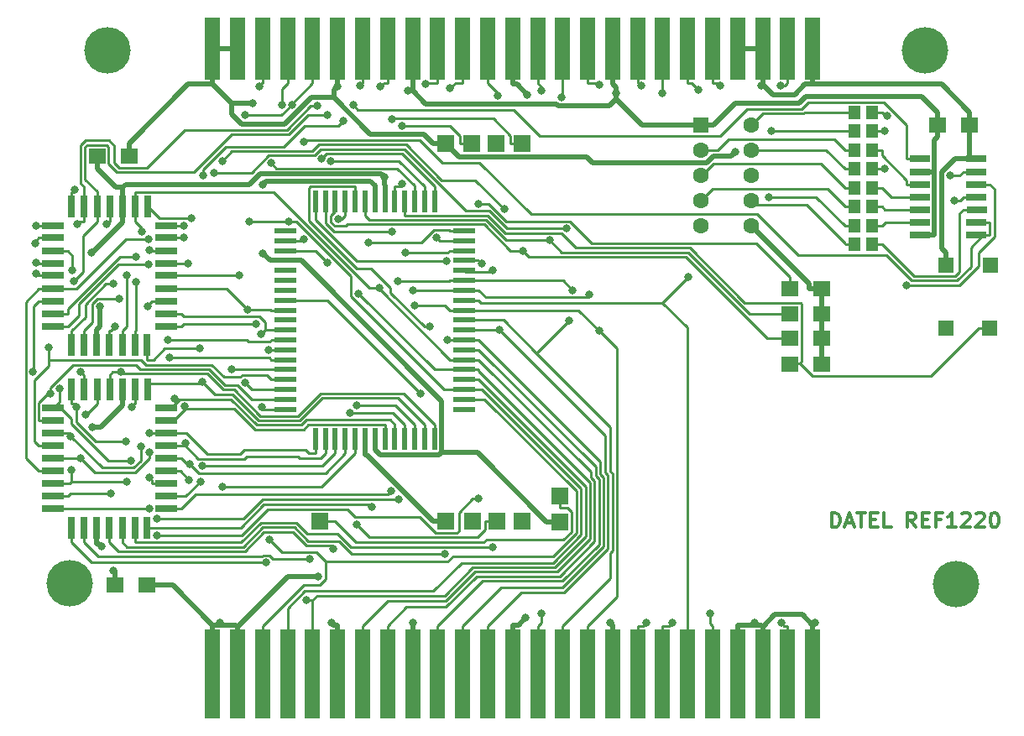
<source format=gbr>
%TF.GenerationSoftware,KiCad,Pcbnew,(6.0.2)*%
%TF.CreationDate,2022-10-23T13:47:45-05:00*%
%TF.ProjectId,REF1220,52454631-3232-4302-9e6b-696361645f70,rev?*%
%TF.SameCoordinates,Original*%
%TF.FileFunction,Copper,L1,Top*%
%TF.FilePolarity,Positive*%
%FSLAX46Y46*%
G04 Gerber Fmt 4.6, Leading zero omitted, Abs format (unit mm)*
G04 Created by KiCad (PCBNEW (6.0.2)) date 2022-10-23 13:47:45*
%MOMM*%
%LPD*%
G01*
G04 APERTURE LIST*
%TA.AperFunction,NonConductor*%
%ADD10C,0.000001*%
%TD*%
%ADD11C,0.300000*%
%TA.AperFunction,NonConductor*%
%ADD12C,0.300000*%
%TD*%
%TA.AperFunction,SMDPad,CuDef*%
%ADD13R,1.710000X1.630000*%
%TD*%
%TA.AperFunction,SMDPad,CuDef*%
%ADD14R,2.250000X0.600000*%
%TD*%
%TA.AperFunction,SMDPad,CuDef*%
%ADD15R,0.600000X2.250000*%
%TD*%
%TA.AperFunction,SMDPad,CuDef*%
%ADD16R,1.310000X1.390000*%
%TD*%
%TA.AperFunction,ComponentPad*%
%ADD17R,1.700000X1.700000*%
%TD*%
%TA.AperFunction,ComponentPad*%
%ADD18C,4.680000*%
%TD*%
%TA.AperFunction,SMDPad,CuDef*%
%ADD19R,2.000000X0.700000*%
%TD*%
%TA.AperFunction,ComponentPad*%
%ADD20R,1.590000X1.590000*%
%TD*%
%TA.AperFunction,ComponentPad*%
%ADD21R,1.600000X1.600000*%
%TD*%
%TA.AperFunction,ComponentPad*%
%ADD22C,1.600000*%
%TD*%
%TA.AperFunction,SMDPad,CuDef*%
%ADD23R,0.700000X2.270000*%
%TD*%
%TA.AperFunction,SMDPad,CuDef*%
%ADD24R,2.270000X0.700000*%
%TD*%
%TA.AperFunction,SMDPad,CuDef*%
%ADD25R,1.530000X6.250000*%
%TD*%
%TA.AperFunction,SMDPad,CuDef*%
%ADD26R,1.700000X1.630000*%
%TD*%
%TA.AperFunction,SMDPad,CuDef*%
%ADD27R,1.530000X9.000000*%
%TD*%
%TA.AperFunction,ViaPad*%
%ADD28C,0.800000*%
%TD*%
%TA.AperFunction,Conductor*%
%ADD29C,0.250000*%
%TD*%
%TA.AperFunction,Conductor*%
%ADD30C,0.500000*%
%TD*%
G04 APERTURE END LIST*
D10*
X118377001Y-65250700D02*
G75*
G03*
X118377001Y-65250700I0J0D01*
G01*
D11*
D12*
X181574142Y-114378571D02*
X181574142Y-112878571D01*
X181931285Y-112878571D01*
X182145571Y-112950000D01*
X182288428Y-113092857D01*
X182359857Y-113235714D01*
X182431285Y-113521428D01*
X182431285Y-113735714D01*
X182359857Y-114021428D01*
X182288428Y-114164285D01*
X182145571Y-114307142D01*
X181931285Y-114378571D01*
X181574142Y-114378571D01*
X183002714Y-113950000D02*
X183717000Y-113950000D01*
X182859857Y-114378571D02*
X183359857Y-112878571D01*
X183859857Y-114378571D01*
X184145571Y-112878571D02*
X185002714Y-112878571D01*
X184574142Y-114378571D02*
X184574142Y-112878571D01*
X185502714Y-113592857D02*
X186002714Y-113592857D01*
X186217000Y-114378571D02*
X185502714Y-114378571D01*
X185502714Y-112878571D01*
X186217000Y-112878571D01*
X187574142Y-114378571D02*
X186859857Y-114378571D01*
X186859857Y-112878571D01*
X190074142Y-114378571D02*
X189574142Y-113664285D01*
X189217000Y-114378571D02*
X189217000Y-112878571D01*
X189788428Y-112878571D01*
X189931285Y-112950000D01*
X190002714Y-113021428D01*
X190074142Y-113164285D01*
X190074142Y-113378571D01*
X190002714Y-113521428D01*
X189931285Y-113592857D01*
X189788428Y-113664285D01*
X189217000Y-113664285D01*
X190717000Y-113592857D02*
X191217000Y-113592857D01*
X191431285Y-114378571D02*
X190717000Y-114378571D01*
X190717000Y-112878571D01*
X191431285Y-112878571D01*
X192574142Y-113592857D02*
X192074142Y-113592857D01*
X192074142Y-114378571D02*
X192074142Y-112878571D01*
X192788428Y-112878571D01*
X194145571Y-114378571D02*
X193288428Y-114378571D01*
X193717000Y-114378571D02*
X193717000Y-112878571D01*
X193574142Y-113092857D01*
X193431285Y-113235714D01*
X193288428Y-113307142D01*
X194717000Y-113021428D02*
X194788428Y-112950000D01*
X194931285Y-112878571D01*
X195288428Y-112878571D01*
X195431285Y-112950000D01*
X195502714Y-113021428D01*
X195574142Y-113164285D01*
X195574142Y-113307142D01*
X195502714Y-113521428D01*
X194645571Y-114378571D01*
X195574142Y-114378571D01*
X196145571Y-113021428D02*
X196217000Y-112950000D01*
X196359857Y-112878571D01*
X196717000Y-112878571D01*
X196859857Y-112950000D01*
X196931285Y-113021428D01*
X197002714Y-113164285D01*
X197002714Y-113307142D01*
X196931285Y-113521428D01*
X196074142Y-114378571D01*
X197002714Y-114378571D01*
X197931285Y-112878571D02*
X198074142Y-112878571D01*
X198217000Y-112950000D01*
X198288428Y-113021428D01*
X198359857Y-113164285D01*
X198431285Y-113450000D01*
X198431285Y-113807142D01*
X198359857Y-114092857D01*
X198288428Y-114235714D01*
X198217000Y-114307142D01*
X198074142Y-114378571D01*
X197931285Y-114378571D01*
X197788428Y-114307142D01*
X197717000Y-114235714D01*
X197645571Y-114092857D01*
X197574142Y-113807142D01*
X197574142Y-113450000D01*
X197645571Y-113164285D01*
X197717000Y-113021428D01*
X197788428Y-112950000D01*
X197931285Y-112878571D01*
D13*
%TO.P,R4,1*%
%TO.N,/Button*%
X177386000Y-97922400D03*
%TO.P,R4,2*%
%TO.N,/VCC*%
X180613000Y-97929400D03*
%TD*%
D14*
%TO.P,U3,1,I/O*%
%TO.N,unconnected-(U3-Pad1)*%
X144517000Y-102462000D03*
%TO.P,U3,2,I/O*%
%TO.N,/AD15*%
X144517000Y-101462000D03*
%TO.P,U3,3,I/O*%
%TO.N,/AD14*%
X144517000Y-100462000D03*
%TO.P,U3,4,I/O*%
%TO.N,/AD13*%
X144517000Y-99462000D03*
%TO.P,U3,5,I/O*%
%TO.N,/AD12*%
X144517000Y-98462000D03*
%TO.P,U3,6,I/O*%
%TO.N,/{slash}write*%
X144517000Y-97462000D03*
%TO.P,U3,7,I/O*%
%TO.N,/{slash}read_bottom*%
X144517000Y-96462000D03*
%TO.P,U3,8,I/O*%
%TO.N,/AD11*%
X144517000Y-95462000D03*
%TO.P,U3,9,I/O*%
%TO.N,/AD10*%
X144517000Y-94462000D03*
%TO.P,U3,10,I/O*%
%TO.N,/AD9*%
X144517000Y-93462000D03*
%TO.P,U3,11,I/O*%
%TO.N,/AD8*%
X144517000Y-92462000D03*
%TO.P,U3,12,I/O*%
%TO.N,/{slash}COLD_RESET*%
X144517000Y-91462000D03*
%TO.P,U3,13,I/O*%
%TO.N,/AD7*%
X144517000Y-90462000D03*
%TO.P,U3,14,I/O*%
%TO.N,/AD6*%
X144517000Y-89462000D03*
%TO.P,U3,15,I/O*%
%TO.N,/AD5*%
X144517000Y-88462000D03*
%TO.P,U3,16,I/O*%
%TO.N,/AD4*%
X144517000Y-87462000D03*
%TO.P,U3,17,I/O*%
%TO.N,/ALE_L*%
X144517000Y-86462000D03*
%TO.P,U3,18,I/O*%
%TO.N,/ALE_H*%
X144517000Y-85462000D03*
%TO.P,U3,19,I/O*%
%TO.N,/AD3*%
X144517000Y-84462000D03*
D15*
%TO.P,U3,20,I/O*%
%TO.N,/AD2*%
X141517000Y-81462000D03*
%TO.P,U3,21,I/O*%
%TO.N,/AD1*%
X140517000Y-81462000D03*
%TO.P,U3,22,I/O*%
%TO.N,/AD0*%
X139517000Y-81462000D03*
%TO.P,U3,23,I/O*%
%TO.N,/Button*%
X138517000Y-81462000D03*
%TO.P,U3,24,I/O*%
%TO.N,/SC_VPP*%
X137517000Y-81462000D03*
%TO.P,U3,25,VCC*%
%TO.N,/VCC*%
X136517000Y-81462000D03*
%TO.P,U3,26,GND*%
%TO.N,/GND*%
X135517000Y-81462000D03*
%TO.P,U3,27,I/O*%
%TO.N,/CD2*%
X134517000Y-81462000D03*
%TO.P,U3,28,I/O*%
%TO.N,/SC_RST*%
X133517000Y-81462000D03*
%TO.P,U3,29,I/O*%
%TO.N,/SC_CLK*%
X132517000Y-81462000D03*
%TO.P,U3,30,I/O*%
%TO.N,/SC_N{slash}C*%
X131517000Y-81462000D03*
%TO.P,U3,31,I/O*%
%TO.N,/SC_N{slash}C2*%
X130517000Y-81462000D03*
%TO.P,U3,32,I/O*%
%TO.N,/SC_I{slash}O*%
X129517000Y-81462000D03*
D14*
%TO.P,U3,33,I/O*%
%TO.N,unconnected-(U3-Pad33)*%
X126517000Y-84462000D03*
%TO.P,U3,34,I/O*%
%TO.N,/74HC164_DSA_DSB*%
X126517000Y-85462000D03*
%TO.P,U3,35,I/O*%
%TO.N,/74HC164_CP*%
X126517000Y-86462000D03*
%TO.P,U3,36,I/O*%
%TO.N,/GND*%
X126517000Y-87462000D03*
%TO.P,U3,37,I/O*%
%TO.N,unconnected-(U3-Pad37)*%
X126517000Y-88462000D03*
%TO.P,U3,38,I/O*%
%TO.N,unconnected-(U3-Pad38)*%
X126517000Y-89462000D03*
%TO.P,U3,39,I/O*%
%TO.N,unconnected-(U3-Pad39)*%
X126517000Y-90462000D03*
%TO.P,U3,40,I/O*%
%TO.N,/{slash}read_top*%
X126517000Y-91462000D03*
%TO.P,U3,41,I/O*%
%TO.N,/Output_Enable*%
X126517000Y-92462000D03*
%TO.P,U3,42,I/O*%
%TO.N,unconnected-(U3-Pad42)*%
X126517000Y-93462000D03*
%TO.P,U3,43,I/O*%
%TO.N,/Chip_Enable*%
X126517000Y-94462000D03*
%TO.P,U3,44,I/O*%
%TO.N,/A0*%
X126517000Y-95462000D03*
%TO.P,U3,45,I/O*%
%TO.N,/A1*%
X126517000Y-96462000D03*
%TO.P,U3,46,I/O*%
%TO.N,/A2*%
X126517000Y-97462000D03*
%TO.P,U3,47,I/O*%
%TO.N,/A3*%
X126517000Y-98462000D03*
%TO.P,U3,48,I/O*%
%TO.N,/A4*%
X126517000Y-99462000D03*
%TO.P,U3,49,I/O*%
%TO.N,/A5*%
X126517000Y-100462000D03*
%TO.P,U3,50,I/O*%
%TO.N,/A6*%
X126517000Y-101462000D03*
%TO.P,U3,51,I/O*%
%TO.N,/A7*%
X126517000Y-102462000D03*
D15*
%TO.P,U3,52,I/O*%
%TO.N,/A8*%
X129517000Y-105462000D03*
%TO.P,U3,53,I/O*%
%TO.N,/A9*%
X130517000Y-105462000D03*
%TO.P,U3,54,I/O*%
%TO.N,/A10*%
X131517000Y-105462000D03*
%TO.P,U3,55,I/O*%
%TO.N,/A11*%
X132517000Y-105462000D03*
%TO.P,U3,56,I/O*%
%TO.N,/A12*%
X133517000Y-105462000D03*
%TO.P,U3,57,VCC*%
%TO.N,/VCC*%
X134517000Y-105462000D03*
%TO.P,U3,58,GND*%
%TO.N,/GND*%
X135517000Y-105462000D03*
%TO.P,U3,59,I/O*%
%TO.N,/A13*%
X136517000Y-105462000D03*
%TO.P,U3,60,I/O*%
%TO.N,/A14*%
X137517000Y-105462000D03*
%TO.P,U3,61,I/O*%
%TO.N,/A15*%
X138517000Y-105462000D03*
%TO.P,U3,62,I/O*%
%TO.N,/A16*%
X139517000Y-105462000D03*
%TO.P,U3,63,I/O*%
%TO.N,/A17*%
X140517000Y-105462000D03*
%TO.P,U3,64,I/O*%
%TO.N,/A18*%
X141517000Y-105462000D03*
%TD*%
D16*
%TO.P,R10,1*%
%TO.N,/E*%
X183911000Y-82027000D03*
%TO.P,R10,2*%
%TO.N,/Q6*%
X185697000Y-82028000D03*
%TD*%
D17*
%TO.P,J1,1,VCC*%
%TO.N,/VCC*%
X142679000Y-113756000D03*
%TO.P,J1,2,RST*%
%TO.N,/SC_RST*%
X145342000Y-113756000D03*
%TO.P,J1,3,CLK*%
%TO.N,/SC_CLK*%
X147842000Y-113756000D03*
%TO.P,J1,4,N/C*%
%TO.N,/SC_N{slash}C*%
X150379000Y-113756000D03*
%TO.P,J1,5,GND*%
%TO.N,/GND*%
X142682000Y-75656000D03*
%TO.P,J1,6,VPP*%
%TO.N,/SC_VPP*%
X145259000Y-75656000D03*
%TO.P,J1,7,I/O*%
%TO.N,/SC_I{slash}O*%
X147760000Y-75656000D03*
%TO.P,J1,8,N/C*%
%TO.N,/SC_N{slash}C2*%
X150339000Y-75656000D03*
%TO.P,J1,9,CD1*%
%TO.N,/GND*%
X154151000Y-113796000D03*
%TO.P,J1,10,CD2*%
%TO.N,/CD2*%
X154150000Y-111253000D03*
%TO.P,J1,11,Mounting_Pin*%
X129979000Y-113754000D03*
%TD*%
D18*
%TO.P,Hole2,1*%
%TO.N,N/C*%
X104697000Y-120032300D03*
%TD*%
D19*
%TO.P,U5,1,DSA*%
%TO.N,/74HC164_DSA_DSB*%
X196201000Y-84882000D03*
%TO.P,U5,2,DSB*%
X196200000Y-83615000D03*
%TO.P,U5,3,Q0*%
%TO.N,/Q0*%
X196206000Y-82301000D03*
%TO.P,U5,4,Q1*%
%TO.N,/Q1*%
X196199000Y-81075000D03*
%TO.P,U5,5,Q2*%
%TO.N,/Q2*%
X196199000Y-79764000D03*
%TO.P,U5,6,Q3*%
%TO.N,/Q3*%
X196200000Y-78492000D03*
%TO.P,U5,7,GND*%
%TO.N,/GND*%
X196198000Y-77182000D03*
%TO.P,U5,8,CP*%
%TO.N,/74HC164_CP*%
X190485000Y-77180000D03*
%TO.P,U5,9,~{MR}*%
%TO.N,/VCC*%
X190485000Y-78491000D03*
%TO.P,U5,10,Q4*%
%TO.N,/Q4*%
X190487000Y-79761000D03*
%TO.P,U5,11,Q5*%
%TO.N,/Q5*%
X190483000Y-81073000D03*
%TO.P,U5,12,Q6*%
%TO.N,/Q6*%
X190484000Y-82299000D03*
%TO.P,U5,13,Q7*%
%TO.N,/Q7*%
X190485000Y-83607000D03*
%TO.P,U5,14,VCC*%
%TO.N,/VCC*%
X190485000Y-84879000D03*
%TD*%
D16*
%TO.P,R8,1*%
%TO.N,/B*%
X183911000Y-78217000D03*
%TO.P,R8,2*%
%TO.N,/Q2*%
X185697000Y-78218000D03*
%TD*%
%TO.P,R11,1*%
%TO.N,/D*%
X183911000Y-83970000D03*
%TO.P,R11,2*%
%TO.N,/Q7*%
X185697000Y-83971000D03*
%TD*%
D20*
%TO.P,SW1,1,1*%
%TO.N,/GND*%
X193071500Y-94269500D03*
X193111500Y-87919500D03*
%TO.P,SW1,2,2*%
%TO.N,/Button*%
X197557500Y-94272500D03*
X197596500Y-87920500D03*
%TD*%
D16*
%TO.P,R5,1*%
%TO.N,/A*%
X183911000Y-72503000D03*
%TO.P,R5,2*%
%TO.N,/Q3*%
X185697000Y-72504000D03*
%TD*%
D21*
%TO.P,U6,1,CA*%
%TO.N,/VCC*%
X168401500Y-73791500D03*
D22*
%TO.P,U6,2,F*%
%TO.N,/F*%
X168401500Y-76331500D03*
%TO.P,U6,3,G*%
%TO.N,/G*%
X168401500Y-78871500D03*
%TO.P,U6,4,E*%
%TO.N,/E*%
X168401500Y-81411500D03*
%TO.P,U6,5,D*%
%TO.N,/D*%
X168401500Y-83951500D03*
%TO.P,U6,6,CA*%
%TO.N,/VCC*%
X173481500Y-83951500D03*
%TO.P,U6,7,DP*%
%TO.N,/DP*%
X173481500Y-81411500D03*
%TO.P,U6,8,C*%
%TO.N,/C*%
X173481500Y-78871500D03*
%TO.P,U6,9,B*%
%TO.N,/B*%
X173481500Y-76331500D03*
%TO.P,U6,10,A*%
%TO.N,/A*%
X173481500Y-73791500D03*
%TD*%
D18*
%TO.P,Hole4,1*%
%TO.N,N/C*%
X194154000Y-120077300D03*
%TD*%
D23*
%TO.P,U1,1,A18*%
%TO.N,/A18*%
X108780500Y-82037000D03*
%TO.P,U1,2,A16*%
%TO.N,/A16*%
X107511500Y-82038000D03*
%TO.P,U1,3,A15*%
%TO.N,/A15*%
X106201500Y-82039000D03*
%TO.P,U1,4,A12*%
%TO.N,/A12*%
X104931500Y-82039000D03*
D24*
%TO.P,U1,5,A7*%
%TO.N,/A7*%
X103068500Y-83944000D03*
%TO.P,U1,6,A6*%
%TO.N,/A6*%
X103065500Y-85174000D03*
%TO.P,U1,7,A5*%
%TO.N,/A5*%
X103067500Y-86481000D03*
%TO.P,U1,8,A4*%
%TO.N,/A4*%
X103066500Y-87752000D03*
%TO.P,U1,9,A3*%
%TO.N,/A3*%
X103064500Y-88984000D03*
%TO.P,U1,10,A2*%
%TO.N,/A2*%
X103067500Y-90295000D03*
%TO.P,U1,11,A1*%
%TO.N,/A1*%
X103066500Y-91563000D03*
%TO.P,U1,12,A0*%
%TO.N,/A0*%
X103066500Y-92834000D03*
%TO.P,U1,13,Ad8*%
%TO.N,/AD8*%
X103066500Y-94102000D03*
D23*
%TO.P,U1,14,Ad9*%
%TO.N,/AD9*%
X104891500Y-96008000D03*
%TO.P,U1,15,Ad10*%
%TO.N,/AD10*%
X106161500Y-96007000D03*
%TO.P,U1,16,GND*%
%TO.N,/GND*%
X107471500Y-96009000D03*
%TO.P,U1,17,Ad11*%
%TO.N,/AD11*%
X108742500Y-96011000D03*
%TO.P,U1,18,Ad12*%
%TO.N,/AD12*%
X110053500Y-96008000D03*
%TO.P,U1,19,Ad13*%
%TO.N,/AD13*%
X111319500Y-96011000D03*
%TO.P,U1,20,Ad14*%
%TO.N,/AD14*%
X112550500Y-96009000D03*
D24*
%TO.P,U1,21,Ad15*%
%TO.N,/AD15*%
X114496500Y-94103000D03*
%TO.P,U1,22,CE#*%
%TO.N,/Chip_Enable*%
X114496500Y-92831000D03*
%TO.P,U1,23,A10*%
%TO.N,/A10*%
X114497500Y-91563000D03*
%TO.P,U1,24,OE#*%
%TO.N,/Output_Enable*%
X114496500Y-90292000D03*
%TO.P,U1,25,A11*%
%TO.N,/A11*%
X114495500Y-88985000D03*
%TO.P,U1,26,A9*%
%TO.N,/A9*%
X114496500Y-87753000D03*
%TO.P,U1,27,A8*%
%TO.N,/A8*%
X114493500Y-86484000D03*
%TO.P,U1,28,A13*%
%TO.N,/A13*%
X114496500Y-85172000D03*
%TO.P,U1,29,A14*%
%TO.N,/A14*%
X114497500Y-83941000D03*
D23*
%TO.P,U1,30,A17*%
%TO.N,/A17*%
X112592500Y-82037000D03*
%TO.P,U1,31,WE#*%
%TO.N,/{slash}write*%
X111361500Y-82040000D03*
%TO.P,U1,32,VCC*%
%TO.N,/VCC*%
X110090500Y-82039000D03*
%TD*%
D25*
%TO.P,J2,1,Pin_1*%
%TO.N,/GND*%
X119142000Y-66088000D03*
%TO.P,J2,2,Pin_2*%
X121660000Y-66088000D03*
%TO.P,J2,3,Pin_3*%
%TO.N,/AD15*%
X124185000Y-66088000D03*
%TO.P,J2,4,Pin_4*%
%TO.N,/AD14*%
X126712000Y-66088000D03*
%TO.P,J2,5,Pin_5*%
%TO.N,/AD13*%
X129231000Y-66088000D03*
%TO.P,J2,6,Pin_6*%
%TO.N,/GND*%
X131750000Y-66088000D03*
%TO.P,J2,7,Pin_7*%
%TO.N,/AD12*%
X134273000Y-66088000D03*
%TO.P,J2,8,Pin_8*%
%TO.N,/{slash}write*%
X136792000Y-66088000D03*
%TO.P,J2,9,Pin_9*%
%TO.N,/VCC*%
X139311000Y-66088000D03*
%TO.P,J2,10,Pin_10*%
%TO.N,/{slash}read_top*%
X141839000Y-66088000D03*
%TO.P,J2,11,Pin_11*%
%TO.N,/AD11*%
X144364000Y-66088000D03*
%TO.P,J2,12,Pin_12*%
%TO.N,/AD10*%
X146885000Y-66088000D03*
%TO.P,J2,13,Pin_13*%
%TO.N,/12V_Front*%
X149409000Y-66088000D03*
%TO.P,J2,14,Pin_14*%
%TO.N,/UNUSED_Front*%
X151929000Y-66088000D03*
%TO.P,J2,15,Pin_15*%
%TO.N,/AD9*%
X154449000Y-66088000D03*
%TO.P,J2,16,Pin_16*%
%TO.N,/AD8*%
X156968000Y-66088000D03*
%TO.P,J2,17,Pin_17*%
%TO.N,/VCC*%
X159486000Y-66088000D03*
%TO.P,J2,18,Pin_18*%
%TO.N,/CIC_DATA1*%
X162010000Y-66088000D03*
%TO.P,J2,19,Pin_19*%
%TO.N,/1.6MHZ*%
X164536000Y-66088000D03*
%TO.P,J2,20,Pin_20*%
%TO.N,/{slash}COLD_RESET*%
X167054000Y-66088000D03*
%TO.P,J2,21,Pin_21*%
%TO.N,/S_DAT*%
X169574000Y-66088000D03*
%TO.P,J2,22,Pin_22*%
%TO.N,/GND*%
X172093000Y-66088000D03*
%TO.P,J2,23,Pin_23*%
X174623000Y-66088000D03*
%TO.P,J2,24,Pin_24*%
%TO.N,/LAUDIO*%
X177149000Y-66088000D03*
%TO.P,J2,25,Pin_25*%
%TO.N,/GND*%
X179668000Y-66088000D03*
%TD*%
D23*
%TO.P,U2,1,A18*%
%TO.N,/A18*%
X108780500Y-100455000D03*
%TO.P,U2,2,A16*%
%TO.N,/A16*%
X107511500Y-100456000D03*
%TO.P,U2,3,A15*%
%TO.N,/A15*%
X106201500Y-100457000D03*
%TO.P,U2,4,A12*%
%TO.N,/A12*%
X104931500Y-100457000D03*
D24*
%TO.P,U2,5,A7*%
%TO.N,/A7*%
X103068500Y-102362000D03*
%TO.P,U2,6,A6*%
%TO.N,/A6*%
X103065500Y-103592000D03*
%TO.P,U2,7,A5*%
%TO.N,/A5*%
X103067500Y-104899000D03*
%TO.P,U2,8,A4*%
%TO.N,/A4*%
X103066500Y-106170000D03*
%TO.P,U2,9,A3*%
%TO.N,/A3*%
X103064500Y-107402000D03*
%TO.P,U2,10,A2*%
%TO.N,/A2*%
X103067500Y-108713000D03*
%TO.P,U2,11,A1*%
%TO.N,/A1*%
X103066500Y-109981000D03*
%TO.P,U2,12,A0*%
%TO.N,/A0*%
X103066500Y-111252000D03*
%TO.P,U2,13,Ad0*%
%TO.N,/AD0*%
X103066500Y-112520000D03*
D23*
%TO.P,U2,14,Ad1*%
%TO.N,/AD1*%
X104891500Y-114426000D03*
%TO.P,U2,15,Ad2*%
%TO.N,/AD2*%
X106161500Y-114425000D03*
%TO.P,U2,16,GND*%
%TO.N,/GND*%
X107471500Y-114427000D03*
%TO.P,U2,17,Ad3*%
%TO.N,/AD3*%
X108742500Y-114429000D03*
%TO.P,U2,18,Ad4*%
%TO.N,/AD4*%
X110053500Y-114426000D03*
%TO.P,U2,19,Ad5*%
%TO.N,/AD5*%
X111319500Y-114429000D03*
%TO.P,U2,20,Ad6*%
%TO.N,/AD6*%
X112550500Y-114427000D03*
D24*
%TO.P,U2,21,Ad7*%
%TO.N,/AD7*%
X114496500Y-112521000D03*
%TO.P,U2,22,CE#*%
%TO.N,/Chip_Enable*%
X114496500Y-111249000D03*
%TO.P,U2,23,A10*%
%TO.N,/A10*%
X114497500Y-109981000D03*
%TO.P,U2,24,OE#*%
%TO.N,/Output_Enable*%
X114496500Y-108710000D03*
%TO.P,U2,25,A11*%
%TO.N,/A11*%
X114495500Y-107403000D03*
%TO.P,U2,26,A9*%
%TO.N,/A9*%
X114496500Y-106171000D03*
%TO.P,U2,27,A8*%
%TO.N,/A8*%
X114493500Y-104902000D03*
%TO.P,U2,28,A13*%
%TO.N,/A13*%
X114496500Y-103590000D03*
%TO.P,U2,29,A14*%
%TO.N,/A14*%
X114497500Y-102359000D03*
D23*
%TO.P,U2,30,A17*%
%TO.N,/A17*%
X112592500Y-100455000D03*
%TO.P,U2,31,WE#*%
%TO.N,/{slash}write*%
X111361500Y-100458000D03*
%TO.P,U2,32,VCC*%
%TO.N,/VCC*%
X110090500Y-100457000D03*
%TD*%
D26*
%TO.P,C3,1*%
%TO.N,/VCC*%
X192261400Y-73749100D03*
%TO.P,C3,2*%
%TO.N,/GND*%
X195479400Y-73749100D03*
%TD*%
D16*
%TO.P,R7,1*%
%TO.N,/F*%
X183911000Y-76309000D03*
%TO.P,R7,2*%
%TO.N,/Q4*%
X185697000Y-76310000D03*
%TD*%
D26*
%TO.P,C2,1*%
%TO.N,/VCC*%
X109280400Y-120206600D03*
%TO.P,C2,2*%
%TO.N,/GND*%
X112498400Y-120206600D03*
%TD*%
D13*
%TO.P,R3,1*%
%TO.N,/SC_N{slash}C*%
X177386000Y-95300400D03*
%TO.P,R3,2*%
%TO.N,/VCC*%
X180613000Y-95307400D03*
%TD*%
D26*
%TO.P,C1,1*%
%TO.N,/VCC*%
X107475400Y-76925600D03*
%TO.P,C1,2*%
%TO.N,/GND*%
X110693400Y-76925600D03*
%TD*%
D16*
%TO.P,R9,1*%
%TO.N,/G*%
X183911000Y-80120000D03*
%TO.P,R9,2*%
%TO.N,/Q5*%
X185697000Y-80121000D03*
%TD*%
%TO.P,R6,1*%
%TO.N,/C*%
X183911000Y-74408000D03*
%TO.P,R6,2*%
%TO.N,/Q1*%
X185697000Y-74409000D03*
%TD*%
D13*
%TO.P,R1,1*%
%TO.N,/SC_VPP*%
X177386000Y-90288400D03*
%TO.P,R1,2*%
%TO.N,/VCC*%
X180613000Y-90295400D03*
%TD*%
%TO.P,R2,1*%
%TO.N,/CD2*%
X177386000Y-92850400D03*
%TO.P,R2,2*%
%TO.N,/VCC*%
X180613000Y-92857400D03*
%TD*%
D18*
%TO.P,Hole3,1*%
%TO.N,N/C*%
X190979000Y-66259300D03*
%TD*%
D27*
%TO.P,J4,1,Pin_1*%
%TO.N,/GND*%
X119142000Y-129159000D03*
%TO.P,J4,2,Pin_2*%
X121660000Y-129159000D03*
%TO.P,J4,3,Pin_3*%
%TO.N,/AD15*%
X124185000Y-129159000D03*
%TO.P,J4,4,Pin_4*%
%TO.N,/AD14*%
X126712000Y-129159000D03*
%TO.P,J4,5,Pin_5*%
%TO.N,/AD13*%
X129231000Y-129159000D03*
%TO.P,J4,6,Pin_6*%
%TO.N,/GND*%
X131750000Y-129159000D03*
%TO.P,J4,7,Pin_7*%
%TO.N,/AD12*%
X134273000Y-129159000D03*
%TO.P,J4,8,Pin_8*%
%TO.N,/{slash}write*%
X136792000Y-129159000D03*
%TO.P,J4,9,Pin_9*%
%TO.N,/VCC*%
X139311000Y-129159000D03*
%TO.P,J4,10,Pin_10*%
%TO.N,/{slash}read_bottom*%
X141839000Y-129159000D03*
%TO.P,J4,11,Pin_11*%
%TO.N,/AD11*%
X144364000Y-129159000D03*
%TO.P,J4,12,Pin_12*%
%TO.N,/AD10*%
X146885000Y-129159000D03*
%TO.P,J4,13,Pin_13*%
%TO.N,/12V_Front*%
X149409000Y-129159000D03*
%TO.P,J4,14,Pin_14*%
%TO.N,/UNUSED_Front*%
X151929000Y-129159000D03*
%TO.P,J4,15,Pin_15*%
%TO.N,/AD9*%
X154449000Y-129159000D03*
%TO.P,J4,16,Pin_16*%
%TO.N,/AD8*%
X156968000Y-129159000D03*
%TO.P,J4,17,Pin_17*%
%TO.N,/VCC*%
X159486000Y-129159000D03*
%TO.P,J4,18,Pin_18*%
%TO.N,/CIC_DATA1*%
X162010000Y-129159000D03*
%TO.P,J4,19,Pin_19*%
%TO.N,/1.6MHZ*%
X164536000Y-129159000D03*
%TO.P,J4,20,Pin_20*%
%TO.N,/{slash}COLD_RESET*%
X167054000Y-129159000D03*
%TO.P,J4,21,Pin_21*%
%TO.N,/S_DAT*%
X169574000Y-129159000D03*
%TO.P,J4,22,Pin_22*%
%TO.N,/GND*%
X172093000Y-129159000D03*
%TO.P,J4,23,Pin_23*%
X174623000Y-129159000D03*
%TO.P,J4,24,Pin_24*%
%TO.N,/LAUDIO*%
X177149000Y-129159000D03*
%TO.P,J4,25,Pin_25*%
%TO.N,/GND*%
X179668000Y-129159000D03*
%TD*%
D18*
%TO.P,Hole1,1*%
%TO.N,N/C*%
X108548000Y-66220300D03*
%TD*%
D16*
%TO.P,R12,1*%
%TO.N,/DP*%
X183911000Y-85841000D03*
%TO.P,R12,2*%
%TO.N,/Q0*%
X185697000Y-85842000D03*
%TD*%
D28*
%TO.N,/A18*%
X108411100Y-83772700D03*
X109870700Y-98721800D03*
%TO.N,/A16*%
X106328900Y-103039500D03*
X130692300Y-72793400D03*
X105114800Y-89514700D03*
X133667400Y-102049300D03*
%TO.N,/A15*%
X105456100Y-83800400D03*
X133005600Y-102813100D03*
X129730300Y-71872500D03*
X105852000Y-98701100D03*
%TO.N,/A12*%
X105250100Y-80299700D03*
X120103400Y-110301000D03*
X110420200Y-105679500D03*
X105408700Y-102214700D03*
%TO.N,/A7*%
X124099300Y-102240100D03*
X110870300Y-107650000D03*
X101327600Y-83944000D03*
X103703000Y-100401900D03*
%TO.N,/A6*%
X101226400Y-85717300D03*
X102749400Y-100885800D03*
%TO.N,/A5*%
X111929300Y-106222300D03*
X122418800Y-99756500D03*
X104811100Y-105181000D03*
X105009400Y-88405600D03*
%TO.N,/A4*%
X101311900Y-87711600D03*
X102615400Y-96261900D03*
%TO.N,/A3*%
X121092500Y-98462000D03*
X112748400Y-106840400D03*
X101304800Y-88754400D03*
X105832800Y-107402000D03*
%TO.N,/A2*%
X112714800Y-85299600D03*
X114754600Y-97247500D03*
%TO.N,/A1*%
X110451700Y-109806300D03*
X101005500Y-98652100D03*
X124750500Y-96521000D03*
X104905600Y-108628600D03*
%TO.N,/A0*%
X108838100Y-110933900D03*
X111372900Y-87057700D03*
X114586900Y-95462000D03*
%TO.N,/AD8*%
X112646100Y-87835700D03*
X137891100Y-111543500D03*
X139486100Y-91972500D03*
X113507500Y-113529900D03*
X158114300Y-94512000D03*
X158145000Y-69691400D03*
%TO.N,/AD9*%
X119291800Y-78578300D03*
X155104300Y-93514000D03*
X154879300Y-84233600D03*
X154333500Y-70974200D03*
X109111300Y-89777200D03*
%TO.N,/AD10*%
X147911600Y-70818900D03*
X148565800Y-82295500D03*
X109706900Y-91339200D03*
X120120500Y-77403000D03*
X148094500Y-94462000D03*
%TO.N,/GND*%
X119891700Y-124005300D03*
X173823400Y-123970400D03*
X131725700Y-69860500D03*
X171899900Y-76460900D03*
X131111200Y-124020700D03*
X129805900Y-119317800D03*
X179875100Y-124015900D03*
X107771100Y-92092500D03*
X123166300Y-71549100D03*
X124224200Y-79764800D03*
X107945100Y-116282100D03*
X124224200Y-86744300D03*
X174490000Y-69827100D03*
%TO.N,/AD11*%
X142782100Y-95462000D03*
X109256000Y-94137700D03*
X143110100Y-70088200D03*
X145953400Y-111448000D03*
X113504600Y-115158000D03*
%TO.N,/AD12*%
X132308700Y-73378900D03*
X110472700Y-88986700D03*
X134041000Y-69817600D03*
X118192400Y-78882800D03*
X133852200Y-90789500D03*
%TO.N,/AD13*%
X122456600Y-72790900D03*
X128577700Y-121717500D03*
X127116700Y-71772500D03*
X111375900Y-89633900D03*
%TO.N,/AD14*%
X117865100Y-96321400D03*
X126796000Y-83514400D03*
X126116500Y-71715600D03*
X122828800Y-83514400D03*
%TO.N,/AD15*%
X123524000Y-93858800D03*
X124898400Y-115643400D03*
X123814900Y-69859300D03*
%TO.N,/Chip_Enable*%
X124055400Y-94889000D03*
X117922700Y-109773600D03*
%TO.N,/A10*%
X118111300Y-108185500D03*
X112571600Y-92065000D03*
X112755800Y-109310700D03*
%TO.N,/Output_Enable*%
X116775900Y-109578400D03*
X122689800Y-92392900D03*
%TO.N,/A11*%
X116861200Y-108025200D03*
X121855500Y-88985000D03*
%TO.N,/A9*%
X116689800Y-87753000D03*
X116369800Y-105896000D03*
%TO.N,/A8*%
X112748900Y-86382600D03*
X112738200Y-104902000D03*
%TO.N,/A13*%
X116302600Y-102174300D03*
X116253300Y-85172000D03*
%TO.N,/A14*%
X116237500Y-83941000D03*
X115298700Y-101376500D03*
%TO.N,/A17*%
X118120100Y-99685000D03*
X116973400Y-83198100D03*
%TO.N,/{slash}write*%
X136056200Y-69927800D03*
X112043300Y-84556600D03*
X135926000Y-90185800D03*
X110954700Y-102206000D03*
%TO.N,/VCC*%
X159281300Y-124006400D03*
X139311000Y-124031300D03*
X109117900Y-118783100D03*
X136447100Y-79048000D03*
X138854700Y-70336100D03*
X159813400Y-70585500D03*
X107041600Y-104302400D03*
X106921000Y-86673100D03*
%TO.N,/AD0*%
X112751800Y-112520000D03*
X125058000Y-77639100D03*
%TO.N,/AD1*%
X131086500Y-77431000D03*
X124541700Y-117937900D03*
%TO.N,/AD2*%
X128913800Y-117576300D03*
X130086300Y-77214600D03*
%TO.N,/AD3*%
X134841500Y-85601300D03*
X131297400Y-116509300D03*
%TO.N,/AD4*%
X146286800Y-87800000D03*
X142559000Y-117084800D03*
%TO.N,/AD5*%
X147393800Y-116374800D03*
X147422900Y-88462000D03*
%TO.N,/AD6*%
X135206000Y-112282300D03*
X137826400Y-89557800D03*
X155466900Y-90461000D03*
%TO.N,/AD7*%
X139367500Y-90462000D03*
X137119000Y-110728300D03*
X157113000Y-90926900D03*
%TO.N,/{slash}COLD_RESET*%
X167139200Y-89082600D03*
X168156500Y-70273600D03*
%TO.N,/ALE_L*%
X138576400Y-86678100D03*
%TO.N,/ALE_H*%
X141748500Y-85151100D03*
%TO.N,/SC_VPP*%
X138271800Y-73845800D03*
X145920500Y-81733000D03*
X138255700Y-79730500D03*
%TO.N,/CD2*%
X153116300Y-85417700D03*
%TO.N,/SC_RST*%
X141036100Y-94145900D03*
%TO.N,/SC_CLK*%
X133642000Y-114065500D03*
X131817900Y-83266900D03*
%TO.N,/SC_N{slash}C*%
X150419100Y-86448500D03*
%TO.N,/SC_N{slash}C2*%
X137264700Y-84547800D03*
X137197200Y-73191500D03*
%TO.N,/SC_I{slash}O*%
X142778900Y-87501600D03*
%TO.N,/74HC164_DSA_DSB*%
X128326100Y-85268200D03*
X128358800Y-75524000D03*
%TO.N,/74HC164_CP*%
X130684100Y-87645600D03*
X133310300Y-71760500D03*
%TO.N,/{slash}read_top*%
X140144200Y-100856300D03*
X140619900Y-69609300D03*
%TO.N,/D*%
X175286100Y-81036700D03*
%TO.N,/C*%
X175514700Y-74408000D03*
%TO.N,/12V_Front*%
X150889900Y-70734300D03*
X150731500Y-123470600D03*
%TO.N,/UNUSED_Front*%
X152333600Y-70354600D03*
X152278200Y-123042300D03*
%TO.N,/CIC_DATA1*%
X162873600Y-124033900D03*
X162364500Y-69815100D03*
%TO.N,/1.6MHZ*%
X165491100Y-123987100D03*
X164536000Y-70564800D03*
%TO.N,/S_DAT*%
X169349700Y-123089700D03*
X170342500Y-69833000D03*
%TO.N,/LAUDIO*%
X176415600Y-69832300D03*
X176506500Y-124035800D03*
%TO.N,/Q1*%
X193984100Y-81435500D03*
X186957600Y-74409000D03*
%TO.N,/Q2*%
X186952700Y-78218000D03*
X189098100Y-89940000D03*
%TO.N,/Q3*%
X193551100Y-78881400D03*
X187179700Y-72867900D03*
%TD*%
D29*
%TO.N,/A18*%
X141517000Y-104011900D02*
X138379200Y-100874100D01*
X120201500Y-100493100D02*
X118584500Y-98876100D01*
X109053600Y-98721800D02*
X109870700Y-98721800D01*
X118584500Y-98876100D02*
X110025000Y-98876100D01*
X110025000Y-98876100D02*
X109870700Y-98721800D01*
X138379200Y-100874100D02*
X130013000Y-100874100D01*
X108780500Y-98994900D02*
X109053600Y-98721800D01*
X123967100Y-103138100D02*
X121322100Y-100493100D01*
X127749000Y-103138100D02*
X123967100Y-103138100D01*
X108504900Y-83772700D02*
X108411100Y-83772700D01*
X130013000Y-100874100D02*
X127749000Y-103138100D01*
X108780500Y-100455000D02*
X108780500Y-98994900D01*
X141517000Y-105462000D02*
X141517000Y-104011900D01*
X108780500Y-82037000D02*
X108780500Y-83497100D01*
X108780500Y-83497100D02*
X108504900Y-83772700D01*
X121322100Y-100493100D02*
X120201500Y-100493100D01*
%TO.N,/A16*%
X107511500Y-82768000D02*
X107511500Y-82038000D01*
X139517000Y-104011900D02*
X137554400Y-102049300D01*
X108650600Y-77696100D02*
X108650600Y-75962600D01*
X107511500Y-101084200D02*
X107511500Y-101916100D01*
X107511500Y-82768000D02*
X107511500Y-83498100D01*
X121076300Y-74742600D02*
X117287600Y-78531300D01*
X107511500Y-83498100D02*
X106054200Y-84955400D01*
X106271700Y-79257900D02*
X107511500Y-80497700D01*
X128748200Y-72793400D02*
X126799000Y-74742600D01*
X108650600Y-75962600D02*
X108473400Y-75785400D01*
X137554400Y-102049300D02*
X133667400Y-102049300D01*
X107511500Y-101084200D02*
X107511500Y-100456000D01*
X106054200Y-88575300D02*
X105114800Y-89514700D01*
X106054200Y-84955400D02*
X106054200Y-88575300D01*
X109485800Y-78531300D02*
X108650600Y-77696100D01*
X107511500Y-101916100D02*
X106388100Y-103039500D01*
X139517000Y-105462000D02*
X139517000Y-104011900D01*
X106388100Y-103039500D02*
X106328900Y-103039500D01*
X126799000Y-74742600D02*
X121076300Y-74742600D01*
X108473400Y-75785400D02*
X106482200Y-75785400D01*
X106482200Y-75785400D02*
X106271700Y-75995900D01*
X117287600Y-78531300D02*
X109485800Y-78531300D01*
X106271700Y-75995900D02*
X106271700Y-79257900D01*
X107511500Y-80497700D02*
X107511500Y-82038000D01*
X130692300Y-72793400D02*
X128748200Y-72793400D01*
%TO.N,/A15*%
X105807600Y-79655200D02*
X106201500Y-80049100D01*
X116313600Y-74292500D02*
X112540300Y-78065800D01*
X109221000Y-77577900D02*
X109221000Y-75896400D01*
X112540300Y-78065800D02*
X109708900Y-78065800D01*
X138517000Y-104011900D02*
X137318200Y-102813100D01*
X105757400Y-83499100D02*
X105456100Y-83800400D01*
X129032500Y-71872500D02*
X126612500Y-74292500D01*
X137318200Y-102813100D02*
X133005600Y-102813100D01*
X106295700Y-75335300D02*
X105807600Y-75823400D01*
X106201500Y-100457000D02*
X106201500Y-99108900D01*
X106201500Y-80049100D02*
X106201500Y-82039000D01*
X106201500Y-82769000D02*
X106201500Y-82039000D01*
X108659900Y-75335300D02*
X106295700Y-75335300D01*
X129730300Y-71872500D02*
X129032500Y-71872500D01*
X109708900Y-78065800D02*
X109221000Y-77577900D01*
X109221000Y-75896400D02*
X108659900Y-75335300D01*
X126612500Y-74292500D02*
X116313600Y-74292500D01*
X106201500Y-82769000D02*
X106201500Y-83499100D01*
X138517000Y-105462000D02*
X138517000Y-104011900D01*
X105807600Y-75823400D02*
X105807600Y-79655200D01*
X106201500Y-99108900D02*
X106201500Y-99050600D01*
X106201500Y-99050600D02*
X105852000Y-98701100D01*
X106201500Y-83499100D02*
X105757400Y-83499100D01*
%TO.N,/A12*%
X104931500Y-100457000D02*
X104931500Y-101917100D01*
X104970900Y-80578900D02*
X105250100Y-80299700D01*
X107306600Y-105679500D02*
X110420200Y-105679500D01*
X105408700Y-102214700D02*
X105408700Y-103781600D01*
X104931500Y-82039000D02*
X104931500Y-80578900D01*
X105408700Y-103781600D02*
X107306600Y-105679500D01*
X104931500Y-101917100D02*
X105111100Y-101917100D01*
X130128200Y-110300900D02*
X120103400Y-110300900D01*
X133517000Y-106912100D02*
X130128200Y-110300900D01*
X105111100Y-101917100D02*
X105408700Y-102214700D01*
X133517000Y-105462000D02*
X133517000Y-106912100D01*
X104931500Y-80578900D02*
X104970900Y-80578900D01*
X120103400Y-110300900D02*
X120103400Y-110301000D01*
%TO.N,/A7*%
X108640500Y-107650000D02*
X110870300Y-107650000D01*
X103068500Y-83944000D02*
X101327600Y-83944000D01*
X104929000Y-103449700D02*
X104929000Y-103938500D01*
X103454900Y-101975600D02*
X103703000Y-101727500D01*
X103703000Y-101727500D02*
X103703000Y-100401900D01*
X124321200Y-102462000D02*
X124099300Y-102240100D01*
X103068500Y-102362000D02*
X103454900Y-101975600D01*
X126517000Y-102462000D02*
X124321200Y-102462000D01*
X104929000Y-103938500D02*
X108640500Y-107650000D01*
X103454900Y-101975600D02*
X104929000Y-103449700D01*
%TO.N,/A6*%
X105040500Y-97975900D02*
X111425100Y-97975900D01*
X101226400Y-85553000D02*
X101226400Y-85717300D01*
X101605400Y-85174000D02*
X101226400Y-85553000D01*
X102749400Y-100885800D02*
X102749400Y-100267000D01*
X120387900Y-100043000D02*
X121679900Y-100043000D01*
X103065500Y-103592000D02*
X101605400Y-103592000D01*
X123098900Y-101462000D02*
X125066900Y-101462000D01*
X118770700Y-98425800D02*
X120387900Y-100043000D01*
X102533100Y-100885800D02*
X102749400Y-100885800D01*
X111425100Y-97975900D02*
X111875000Y-98425800D01*
X102749400Y-100267000D02*
X105040500Y-97975900D01*
X121679900Y-100043000D02*
X123098900Y-101462000D01*
X103065500Y-85174000D02*
X101605400Y-85174000D01*
X101605400Y-103592000D02*
X101605400Y-101813500D01*
X126517000Y-101462000D02*
X125066900Y-101462000D01*
X101605400Y-101813500D02*
X102533100Y-100885800D01*
X111875000Y-98425800D02*
X118770700Y-98425800D01*
%TO.N,/A5*%
X123124300Y-100462000D02*
X122418800Y-99756500D01*
X125066900Y-100462000D02*
X123124300Y-100462000D01*
X126517000Y-100462000D02*
X125066900Y-100462000D01*
X104529100Y-104899000D02*
X104811100Y-105181000D01*
X108005200Y-108375100D02*
X111170700Y-108375100D01*
X104811100Y-105181000D02*
X108005200Y-108375100D01*
X103067500Y-86481000D02*
X104527600Y-86481000D01*
X105009400Y-86962800D02*
X104527600Y-86481000D01*
X111170700Y-108375100D02*
X111929300Y-107616500D01*
X111929300Y-107616500D02*
X111929300Y-106222300D01*
X105009400Y-88405600D02*
X105009400Y-86962800D01*
X103067500Y-104899000D02*
X104529100Y-104899000D01*
%TO.N,/A4*%
X101133500Y-99549600D02*
X102615400Y-98067700D01*
X103066500Y-106170000D02*
X101606400Y-106170000D01*
X111943000Y-97498300D02*
X102615400Y-97498300D01*
X125066900Y-99462000D02*
X124628500Y-99023600D01*
X101566000Y-87711600D02*
X101311900Y-87711600D01*
X126517000Y-99462000D02*
X125066900Y-99462000D01*
X101606400Y-87752000D02*
X101566000Y-87711600D01*
X124628500Y-99023600D02*
X122126300Y-99023600D01*
X121932700Y-99217200D02*
X120285300Y-99217200D01*
X101133500Y-105697100D02*
X101133500Y-99549600D01*
X120285300Y-99217200D02*
X119043700Y-97975600D01*
X102615400Y-97498300D02*
X102615400Y-96261900D01*
X119043700Y-97975600D02*
X112420300Y-97975600D01*
X122126300Y-99023600D02*
X121932700Y-99217200D01*
X102615400Y-98067700D02*
X102615400Y-97498300D01*
X101606400Y-106170000D02*
X101133500Y-105697100D01*
X103066500Y-87752000D02*
X101606400Y-87752000D01*
X112420300Y-97975600D02*
X111943000Y-97498300D01*
%TO.N,/A3*%
X101304800Y-88754400D02*
X101374800Y-88754400D01*
X126517000Y-98462000D02*
X125066900Y-98462000D01*
X104524600Y-107402000D02*
X105832800Y-107402000D01*
X107256000Y-108825200D02*
X111357200Y-108825200D01*
X105832800Y-107402000D02*
X107256000Y-108825200D01*
X103064500Y-107402000D02*
X104524600Y-107402000D01*
X121131500Y-98423000D02*
X121092500Y-98462000D01*
X125027900Y-98423000D02*
X121131500Y-98423000D01*
X125066900Y-98462000D02*
X125027900Y-98423000D01*
X112748400Y-107434000D02*
X112748400Y-106840400D01*
X103064500Y-88984000D02*
X101604400Y-88984000D01*
X111357200Y-108825200D02*
X112748400Y-107434000D01*
X101374800Y-88754400D02*
X101604400Y-88984000D01*
%TO.N,/A2*%
X101607400Y-90295000D02*
X100280400Y-91622000D01*
X125066900Y-97462000D02*
X124852400Y-97247500D01*
X100280400Y-107386000D02*
X101607400Y-108713000D01*
X103067500Y-90295000D02*
X101607400Y-90295000D01*
X124852400Y-97247500D02*
X114754600Y-97247500D01*
X126517000Y-97462000D02*
X125066900Y-97462000D01*
X103067500Y-90295000D02*
X105360200Y-90295000D01*
X110355600Y-85299600D02*
X112714800Y-85299600D01*
X100280400Y-91622000D02*
X100280400Y-107386000D01*
X105360200Y-90295000D02*
X110355600Y-85299600D01*
X103067500Y-108713000D02*
X101607400Y-108713000D01*
%TO.N,/A1*%
X104730900Y-109981000D02*
X104905600Y-109806300D01*
X125066900Y-96462000D02*
X124809500Y-96462000D01*
X103066500Y-91563000D02*
X101606400Y-91563000D01*
X124809500Y-96462000D02*
X124750500Y-96521000D01*
X104526600Y-109981000D02*
X104730900Y-109981000D01*
X104905600Y-109806300D02*
X110451700Y-109806300D01*
X101005500Y-98652100D02*
X101118400Y-98539200D01*
X104905600Y-109806300D02*
X104905600Y-108628600D01*
X101118400Y-92051000D02*
X101606400Y-91563000D01*
X126517000Y-96462000D02*
X125066900Y-96462000D01*
X101118400Y-98539200D02*
X101118400Y-92051000D01*
X103684500Y-109981000D02*
X104526600Y-109981000D01*
X103684500Y-109981000D02*
X103066500Y-109981000D01*
%TO.N,/A0*%
X104844600Y-110934000D02*
X108838100Y-110934000D01*
X103796600Y-92834000D02*
X104526600Y-92834000D01*
X104526600Y-92834000D02*
X104526600Y-92299600D01*
X114586900Y-95462000D02*
X122625800Y-95462000D01*
X103796600Y-92834000D02*
X103066500Y-92834000D01*
X104526600Y-111252000D02*
X104844600Y-110934000D01*
X122625800Y-95462000D02*
X122777900Y-95614100D01*
X109768500Y-87057700D02*
X111372900Y-87057700D01*
X122777900Y-95614100D02*
X124914800Y-95614100D01*
X103066500Y-111252000D02*
X104526600Y-111252000D01*
X104526600Y-92299600D02*
X109768500Y-87057700D01*
X108838100Y-110934000D02*
X108838100Y-110933900D01*
X126517000Y-95462000D02*
X125066900Y-95462000D01*
X124914800Y-95614100D02*
X125066900Y-95462000D01*
%TO.N,/AD8*%
X156968000Y-129159000D02*
X156968000Y-124333900D01*
X144517000Y-92462000D02*
X143066900Y-92462000D01*
X142577400Y-91972500D02*
X139486100Y-91972500D01*
X105621600Y-91843700D02*
X105621600Y-93007000D01*
X103066500Y-94102000D02*
X104526600Y-94102000D01*
X157991700Y-69538100D02*
X156968000Y-69538100D01*
X156064300Y-92462000D02*
X158114300Y-94512000D01*
X143066900Y-92462000D02*
X142577400Y-91972500D01*
X158145000Y-69691400D02*
X157991700Y-69538100D01*
X109629600Y-87835700D02*
X105621600Y-91843700D01*
X124206900Y-111543500D02*
X122220500Y-113529900D01*
X112646100Y-87835700D02*
X109629600Y-87835700D01*
X122220500Y-113529900D02*
X113507500Y-113529900D01*
X159911100Y-121390800D02*
X159911100Y-96308800D01*
X145967100Y-92462000D02*
X156064300Y-92462000D01*
X156968000Y-124333900D02*
X159911100Y-121390800D01*
X156968000Y-66088000D02*
X156968000Y-69538100D01*
X144517000Y-92462000D02*
X145967100Y-92462000D01*
X105621600Y-93007000D02*
X104526600Y-94102000D01*
X137891100Y-111543500D02*
X124206900Y-111543500D01*
X159911100Y-96308800D02*
X158114300Y-94512000D01*
%TO.N,/AD9*%
X154449000Y-124333900D02*
X159241400Y-119541500D01*
X138471800Y-76227600D02*
X144704200Y-82460000D01*
X106296800Y-91872700D02*
X106296800Y-93142600D01*
X154449000Y-70858700D02*
X154449000Y-66088000D01*
X119291800Y-78578300D02*
X123076900Y-78578300D01*
X148461200Y-93462000D02*
X145967100Y-93462000D01*
X129403300Y-76872200D02*
X130047900Y-76227600D01*
X104891500Y-96008000D02*
X104891500Y-94547900D01*
X151808800Y-96809500D02*
X148461200Y-93462000D01*
X123076900Y-78578300D02*
X124783000Y-76872200D01*
X106296800Y-93142600D02*
X104891500Y-94547900D01*
X159241400Y-119541500D02*
X159241400Y-116973000D01*
X148841700Y-84233600D02*
X154879300Y-84233600D01*
X159461000Y-108947300D02*
X159241400Y-108727700D01*
X130047900Y-76227600D02*
X138471800Y-76227600D01*
X154449000Y-129159000D02*
X154449000Y-124333900D01*
X108392300Y-89777200D02*
X106296800Y-91872700D01*
X109111300Y-89777200D02*
X108392300Y-89777200D01*
X159241400Y-116973000D02*
X159461000Y-116753400D01*
X159241400Y-104242200D02*
X151808800Y-96809500D01*
X144704200Y-82460000D02*
X147068100Y-82460000D01*
X124783000Y-76872200D02*
X129403300Y-76872200D01*
X145242100Y-93462000D02*
X144517000Y-93462000D01*
X145242100Y-93462000D02*
X145967100Y-93462000D01*
X159461000Y-116753400D02*
X159461000Y-108947300D01*
X154333500Y-70974200D02*
X154449000Y-70858700D01*
X147068100Y-82460000D02*
X148841700Y-84233600D01*
X159241400Y-108727700D02*
X159241400Y-104242200D01*
X151808800Y-96809500D02*
X155104300Y-93514000D01*
%TO.N,/AD10*%
X129861400Y-75777500D02*
X138658300Y-75777500D01*
X147911600Y-70818900D02*
X147911600Y-70564700D01*
X138658300Y-75777500D02*
X142264100Y-79383300D01*
X146885000Y-124333900D02*
X150272600Y-120946300D01*
X159010900Y-116566900D02*
X159010900Y-109133800D01*
X147911600Y-70564700D02*
X146885000Y-69538100D01*
X154631500Y-120946300D02*
X159010900Y-116566900D01*
X142264100Y-79383300D02*
X145653600Y-79383300D01*
X144517000Y-94462000D02*
X148094500Y-94462000D01*
X158734500Y-105102000D02*
X148094500Y-94462000D01*
X158734500Y-108857400D02*
X158734500Y-105102000D01*
X121101400Y-76422100D02*
X129216800Y-76422100D01*
X106161500Y-96007000D02*
X106161500Y-94546900D01*
X146885000Y-129159000D02*
X146885000Y-124333900D01*
X146885000Y-66088000D02*
X146885000Y-69538100D01*
X159010900Y-109133800D02*
X158734500Y-108857400D01*
X109706900Y-91339200D02*
X107499000Y-91339200D01*
X129216800Y-76422100D02*
X129861400Y-75777500D01*
X145653600Y-79383300D02*
X148565800Y-82295500D01*
X107046000Y-91792200D02*
X107046000Y-93662400D01*
X107046000Y-93662400D02*
X106161500Y-94546900D01*
X120120500Y-77403000D02*
X121101400Y-76422100D01*
X107499000Y-91339200D02*
X107046000Y-91792200D01*
X150272600Y-120946300D02*
X154631500Y-120946300D01*
D30*
%TO.N,/GND*%
X107471500Y-96009000D02*
X107471500Y-94423900D01*
X174623000Y-66088000D02*
X172093000Y-66088000D01*
X142267200Y-106786800D02*
X145841700Y-106786800D01*
X124224200Y-79764800D02*
X124557700Y-79431300D01*
X177839000Y-70732600D02*
X178908500Y-69663100D01*
X131750000Y-66088000D02*
X131750000Y-69663100D01*
X173823400Y-124208900D02*
X174448000Y-124208900D01*
X141381900Y-75656000D02*
X140421900Y-74696000D01*
X145841700Y-106786800D02*
X152850900Y-113796000D01*
X195479400Y-77182000D02*
X195479400Y-73749100D01*
X131299400Y-124208900D02*
X131111200Y-124020700D01*
X174448000Y-124208900D02*
X174623000Y-124383900D01*
X192701000Y-78529300D02*
X192701000Y-86263900D01*
X124557700Y-79431300D02*
X135061400Y-79431300D01*
X121082700Y-72670600D02*
X122091300Y-73679200D01*
X122091300Y-73679200D02*
X126412300Y-73679200D01*
X121082700Y-71603800D02*
X121082700Y-72670600D01*
X125729500Y-87462000D02*
X124941900Y-87462000D01*
X126517000Y-87462000D02*
X128092100Y-87462000D01*
X194747900Y-77182000D02*
X194048300Y-77182000D01*
X154151000Y-113796000D02*
X152850900Y-113796000D01*
X169629700Y-76906700D02*
X168954700Y-77581700D01*
X131725700Y-69860500D02*
X131725700Y-69687400D01*
X175827200Y-123179700D02*
X174623000Y-124383900D01*
X174623000Y-129159000D02*
X174623000Y-124383900D01*
X142682000Y-75656000D02*
X141381900Y-75656000D01*
X157486200Y-77581700D02*
X156898800Y-76994300D01*
X135043600Y-74696000D02*
X131355200Y-71007600D01*
X172093000Y-129159000D02*
X172093000Y-124208900D01*
X110693400Y-76925600D02*
X110693400Y-75660500D01*
X195479400Y-73749100D02*
X195479400Y-72484000D01*
X135061400Y-79431300D02*
X135517000Y-79886900D01*
X119142000Y-124208900D02*
X115139700Y-120206600D01*
X121660000Y-124383900D02*
X121485000Y-124208900D01*
X142267200Y-101637100D02*
X142267200Y-106786800D01*
X179875100Y-124015900D02*
X179861000Y-124015900D01*
X124224200Y-86744300D02*
X124941900Y-87462000D01*
X125729500Y-87462000D02*
X126517000Y-87462000D01*
X194048300Y-77182000D02*
X192701000Y-78529300D01*
X174623000Y-66088000D02*
X174623000Y-69498000D01*
X129083900Y-71007600D02*
X131355200Y-71007600D01*
X179668000Y-129159000D02*
X179668000Y-124208900D01*
X174623000Y-69498000D02*
X174623000Y-69694100D01*
X135517000Y-81462000D02*
X135517000Y-79886900D01*
X140421900Y-74696000D02*
X135043600Y-74696000D01*
X195479400Y-77182000D02*
X194747900Y-77182000D01*
X135517000Y-106538900D02*
X135517000Y-105462000D01*
X116690800Y-69663100D02*
X119142000Y-69663100D01*
X119142000Y-66088000D02*
X119142000Y-69663100D01*
X173823400Y-124208900D02*
X173823400Y-123970400D01*
X121137400Y-71549100D02*
X123166300Y-71549100D01*
X174623000Y-69694100D02*
X175661500Y-70732600D01*
X175661500Y-70732600D02*
X177839000Y-70732600D01*
X196198000Y-77182000D02*
X195479400Y-77182000D01*
X144020300Y-76994300D02*
X142682000Y-75656000D01*
X107471500Y-94423900D02*
X107771100Y-94124300D01*
X131355200Y-71007600D02*
X131355200Y-70231000D01*
X121082700Y-71603800D02*
X121137400Y-71549100D01*
X131355200Y-70231000D02*
X131725700Y-69860500D01*
X179668000Y-66088000D02*
X179668000Y-69663100D01*
X174623000Y-69694100D02*
X174490000Y-69827100D01*
X121660000Y-66088000D02*
X119142000Y-66088000D01*
X192658500Y-69663100D02*
X179668000Y-69663100D01*
X107771100Y-94124300D02*
X107771100Y-92092500D01*
X171899900Y-76460900D02*
X171454100Y-76906700D01*
X131725700Y-69687400D02*
X131750000Y-69663100D01*
X121660000Y-129159000D02*
X121660000Y-124383900D01*
X121485000Y-124208900D02*
X119891700Y-124208900D01*
X172093000Y-124208900D02*
X173823400Y-124208900D01*
X128092100Y-87462000D02*
X142267200Y-101637100D01*
X126726100Y-119317800D02*
X129805900Y-119317800D01*
X195479400Y-72484000D02*
X192658500Y-69663100D01*
X131750000Y-124208900D02*
X131299400Y-124208900D01*
X126412300Y-73679200D02*
X129083900Y-71007600D01*
X179861000Y-124015900D02*
X179668000Y-124208900D01*
X110693400Y-75660500D02*
X116690800Y-69663100D01*
X136015300Y-107037200D02*
X135517000Y-106538900D01*
X107471500Y-116012100D02*
X107675100Y-116012100D01*
X178638800Y-123179700D02*
X175827200Y-123179700D01*
X119142000Y-129159000D02*
X119142000Y-124208900D01*
X119891700Y-124208900D02*
X119891700Y-124005300D01*
X142267200Y-106786800D02*
X142016800Y-107037200D01*
X119891700Y-124208900D02*
X119142000Y-124208900D01*
X142016800Y-107037200D02*
X136015300Y-107037200D01*
X192701000Y-86263900D02*
X193111500Y-86674400D01*
X179668000Y-124208900D02*
X178638800Y-123179700D01*
X107471500Y-114427000D02*
X107471500Y-116012100D01*
X115139700Y-120206600D02*
X112498400Y-120206600D01*
X193111500Y-87919500D02*
X193111500Y-86674400D01*
X121660000Y-124383900D02*
X126726100Y-119317800D01*
X107675100Y-116012100D02*
X107945100Y-116282100D01*
X171454100Y-76906700D02*
X169629700Y-76906700D01*
X131750000Y-129159000D02*
X131750000Y-124208900D01*
X156898800Y-76994300D02*
X144020300Y-76994300D01*
X178908500Y-69663100D02*
X179668000Y-69663100D01*
X121082700Y-71603800D02*
X119142000Y-69663100D01*
X168954700Y-77581700D02*
X157486200Y-77581700D01*
D29*
%TO.N,/AD11*%
X145395100Y-111448000D02*
X143965400Y-112877700D01*
X143965400Y-114742900D02*
X143755300Y-114953000D01*
X144517000Y-95462000D02*
X145967100Y-95462000D01*
X148256300Y-120441600D02*
X154402000Y-120441600D01*
X144517000Y-95462000D02*
X142782100Y-95462000D01*
X144364000Y-129159000D02*
X144364000Y-124333900D01*
X158560800Y-116282800D02*
X158560800Y-109320300D01*
X143660200Y-69538100D02*
X144364000Y-69538100D01*
X108742500Y-94550900D02*
X108842800Y-94550900D01*
X145953400Y-111448000D02*
X145395100Y-111448000D01*
X141672600Y-114953000D02*
X140023400Y-113303800D01*
X140023400Y-113303800D02*
X133537800Y-113303800D01*
X143755300Y-114953000D02*
X141672600Y-114953000D01*
X122113200Y-115158000D02*
X113504600Y-115158000D01*
X143110100Y-70088200D02*
X143660200Y-69538100D01*
X144364000Y-66088000D02*
X144364000Y-69538100D01*
X132769400Y-112535400D02*
X124735800Y-112535400D01*
X158228800Y-107723700D02*
X145967100Y-95462000D01*
X124735800Y-112535400D02*
X122113200Y-115158000D01*
X144364000Y-124333900D02*
X148256300Y-120441600D01*
X133537800Y-113303800D02*
X132769400Y-112535400D01*
X108842800Y-94550900D02*
X109256000Y-94137700D01*
X143965400Y-112877700D02*
X143965400Y-114742900D01*
X158560800Y-109320300D02*
X158228800Y-108988300D01*
X108742500Y-96011000D02*
X108742500Y-94550900D01*
X154402000Y-120441600D02*
X158560800Y-116282800D01*
X158228800Y-108988300D02*
X158228800Y-107723700D01*
%TO.N,/AD12*%
X134273000Y-124333900D02*
X136823600Y-121783300D01*
X128413500Y-73853800D02*
X126295300Y-75972000D01*
X145967100Y-98636400D02*
X145967100Y-98462000D01*
X120483400Y-75972000D02*
X118192400Y-78263000D01*
X118192400Y-78263000D02*
X118192400Y-78882800D01*
X134273000Y-129159000D02*
X134273000Y-124333900D01*
X134041000Y-69770100D02*
X134273000Y-69538100D01*
X110053500Y-96008000D02*
X110053500Y-94547900D01*
X145242100Y-98462000D02*
X144517000Y-98462000D01*
X131833800Y-73853800D02*
X128413500Y-73853800D01*
X141524700Y-98462000D02*
X133852200Y-90789500D01*
X145580200Y-118865600D02*
X153887300Y-118865600D01*
X110053500Y-94547900D02*
X110472700Y-94128700D01*
X136823600Y-121783300D02*
X142662500Y-121783300D01*
X110472700Y-94128700D02*
X110472700Y-88986700D01*
X157210500Y-109879800D02*
X145967100Y-98636400D01*
X144517000Y-98462000D02*
X141524700Y-98462000D01*
X132308700Y-73378900D02*
X131833800Y-73853800D01*
X153887300Y-118865600D02*
X157210500Y-115542400D01*
X126295300Y-75972000D02*
X120483400Y-75972000D01*
X134273000Y-66088000D02*
X134273000Y-69538100D01*
X134041000Y-69817600D02*
X134041000Y-69770100D01*
X142662500Y-121783300D02*
X145580200Y-118865600D01*
X157210500Y-115542400D02*
X157210500Y-109879800D01*
X145242100Y-98462000D02*
X145967100Y-98462000D01*
%TO.N,/AD13*%
X127116700Y-71772500D02*
X126098300Y-72790900D01*
X153661000Y-118415500D02*
X156760400Y-115316100D01*
X145393600Y-118415500D02*
X153661000Y-118415500D01*
X129231000Y-121717500D02*
X128577700Y-121717500D01*
X156760400Y-115316100D02*
X156760400Y-110255300D01*
X156760400Y-110255300D02*
X145967100Y-99462000D01*
X129231000Y-121717500D02*
X129231000Y-124333900D01*
X111319500Y-94550900D02*
X111375900Y-94494500D01*
X129231000Y-129159000D02*
X129231000Y-124333900D01*
X129231000Y-121717500D02*
X129681100Y-121267400D01*
X129681100Y-121267400D02*
X142541700Y-121267400D01*
X126098300Y-72790900D02*
X122456600Y-72790900D01*
X129231000Y-69538100D02*
X127116700Y-71652400D01*
X127116700Y-71652400D02*
X127116700Y-71772500D01*
X111319500Y-96011000D02*
X111319500Y-94550900D01*
X111375900Y-94494500D02*
X111375900Y-89633900D01*
X145242100Y-99462000D02*
X145967100Y-99462000D01*
X129231000Y-66088000D02*
X129231000Y-69538100D01*
X145242100Y-99462000D02*
X144517000Y-99462000D01*
X142541700Y-121267400D02*
X145393600Y-118415500D01*
%TO.N,/AD14*%
X113172300Y-97469100D02*
X114320000Y-96321400D01*
X128447300Y-120817200D02*
X126712000Y-122552500D01*
X143066900Y-100462000D02*
X142499300Y-100462000D01*
X146294500Y-100462000D02*
X156310300Y-110477800D01*
X122828800Y-83514400D02*
X126796000Y-83514400D01*
X143792000Y-100462000D02*
X143066900Y-100462000D01*
X126712000Y-122552500D02*
X126712000Y-129159000D01*
X153474600Y-117965400D02*
X144273800Y-117965400D01*
X126712000Y-69538100D02*
X126116500Y-70133600D01*
X133127100Y-91089800D02*
X133127100Y-89043700D01*
X112550500Y-97469100D02*
X113172300Y-97469100D01*
X126116500Y-70133600D02*
X126116500Y-71715600D01*
X143792000Y-100462000D02*
X144517000Y-100462000D01*
X126712000Y-66088000D02*
X126712000Y-69538100D01*
X156310300Y-115129700D02*
X153474600Y-117965400D01*
X127597800Y-83514400D02*
X126796000Y-83514400D01*
X141422000Y-120817200D02*
X128447300Y-120817200D01*
X144517000Y-100462000D02*
X146294500Y-100462000D01*
X144273800Y-117965400D02*
X141422000Y-120817200D01*
X114320000Y-96321400D02*
X117865100Y-96321400D01*
X112550500Y-96009000D02*
X112550500Y-97469100D01*
X133127100Y-89043700D02*
X127597800Y-83514400D01*
X156310300Y-110477800D02*
X156310300Y-115129700D01*
X142499300Y-100462000D02*
X133127100Y-91089800D01*
%TO.N,/AD15*%
X124185000Y-129159000D02*
X124185000Y-124333900D01*
X126106200Y-116851200D02*
X124898400Y-115643400D01*
X153510500Y-117290200D02*
X143379000Y-117290200D01*
X123524000Y-93858800D02*
X116200800Y-93858800D01*
X130531000Y-117809900D02*
X129572300Y-116851200D01*
X123814900Y-69859300D02*
X124136100Y-69538100D01*
X124185000Y-66088000D02*
X124185000Y-69538100D01*
X155834000Y-110726700D02*
X155834000Y-114966700D01*
X144517000Y-101462000D02*
X146569300Y-101462000D01*
X130531000Y-119618200D02*
X129944200Y-120205000D01*
X124136100Y-69538100D02*
X124185000Y-69538100D01*
X142859300Y-117809900D02*
X130531000Y-117809900D01*
X146569300Y-101462000D02*
X155834000Y-110726700D01*
X143379000Y-117290200D02*
X142859300Y-117809900D01*
X155834000Y-114966700D02*
X153510500Y-117290200D01*
X116200800Y-93858800D02*
X115956600Y-94103000D01*
X129572300Y-116851200D02*
X126106200Y-116851200D01*
X130531000Y-117809900D02*
X130531000Y-119618200D01*
X128313900Y-120205000D02*
X124185000Y-124333900D01*
X129944200Y-120205000D02*
X128313900Y-120205000D01*
X114496500Y-94103000D02*
X115956600Y-94103000D01*
%TO.N,/Chip_Enable*%
X123883700Y-93118000D02*
X124482400Y-93716700D01*
X124055400Y-94889000D02*
X124482400Y-94462000D01*
X124482400Y-94462000D02*
X126517000Y-94462000D01*
X116447300Y-111249000D02*
X117922700Y-109773600D01*
X114496500Y-92831000D02*
X115956600Y-92831000D01*
X114496500Y-111249000D02*
X116447300Y-111249000D01*
X124482400Y-93716700D02*
X124482400Y-94462000D01*
X116243600Y-93118000D02*
X123883700Y-93118000D01*
X115956600Y-92831000D02*
X116243600Y-93118000D01*
%TO.N,/A10*%
X113037400Y-109981000D02*
X113037400Y-109592300D01*
X112571600Y-92028800D02*
X112571600Y-92065000D01*
X130243600Y-108185500D02*
X131517000Y-106912100D01*
X114497500Y-109981000D02*
X113037400Y-109981000D01*
X114497500Y-91563000D02*
X113037400Y-91563000D01*
X113037400Y-91563000D02*
X112571600Y-92028800D01*
X113037400Y-109592300D02*
X112755800Y-109310700D01*
X118111300Y-108185500D02*
X130243600Y-108185500D01*
X131517000Y-105462000D02*
X131517000Y-106912100D01*
%TO.N,/Output_Enable*%
X122689800Y-92392900D02*
X124997800Y-92392900D01*
X126517000Y-92462000D02*
X125066900Y-92462000D01*
X122689800Y-92392900D02*
X120588900Y-90292000D01*
X120588900Y-90292000D02*
X114496500Y-90292000D01*
X124997800Y-92392900D02*
X125066900Y-92462000D01*
X115907500Y-108710000D02*
X116775900Y-109578400D01*
X114496500Y-108710000D02*
X115907500Y-108710000D01*
%TO.N,/A11*%
X116577800Y-108025200D02*
X116861200Y-108025200D01*
X117746600Y-108910600D02*
X130518500Y-108910600D01*
X114495500Y-107403000D02*
X115955600Y-107403000D01*
X116861200Y-108025200D02*
X117746600Y-108910600D01*
X130518500Y-108910600D02*
X132517000Y-106912100D01*
X132517000Y-105462000D02*
X132517000Y-106912100D01*
X121855500Y-88985000D02*
X115955600Y-88985000D01*
X114495500Y-88985000D02*
X115955600Y-88985000D01*
X115955600Y-107403000D02*
X116577800Y-108025200D01*
%TO.N,/A9*%
X117659100Y-107460300D02*
X122292700Y-107460300D01*
X114496500Y-87753000D02*
X115956600Y-87753000D01*
X130047800Y-107381300D02*
X130517000Y-106912100D01*
X122292700Y-107460300D02*
X122557300Y-107195700D01*
X116369800Y-106171000D02*
X115956600Y-106171000D01*
X115956600Y-87753000D02*
X116689800Y-87753000D01*
X116369800Y-106171000D02*
X116369800Y-105896000D01*
X116369800Y-106171000D02*
X117659100Y-107460300D01*
X130517000Y-105462000D02*
X130517000Y-106912100D01*
X122557300Y-107195700D02*
X127708700Y-107195700D01*
X127894300Y-107381300D02*
X130047800Y-107381300D01*
X114496500Y-106171000D02*
X115956600Y-106171000D01*
X127708700Y-107195700D02*
X127894300Y-107381300D01*
%TO.N,/A8*%
X121881000Y-107010200D02*
X122341700Y-106549500D01*
X118607300Y-107010200D02*
X121881000Y-107010200D01*
X128529300Y-106549500D02*
X128891900Y-106912100D01*
X122341700Y-106549500D02*
X128529300Y-106549500D01*
X129517000Y-105462000D02*
X129517000Y-106912100D01*
X112850300Y-86484000D02*
X112748900Y-86382600D01*
X113763500Y-104902000D02*
X113033400Y-104902000D01*
X116499100Y-104902000D02*
X118607300Y-107010200D01*
X113033400Y-86484000D02*
X112850300Y-86484000D01*
X114493500Y-104902000D02*
X116499100Y-104902000D01*
X114493500Y-86484000D02*
X113033400Y-86484000D01*
X113763500Y-104902000D02*
X114493500Y-104902000D01*
X113033400Y-104902000D02*
X112738200Y-104902000D01*
X128891900Y-106912100D02*
X129517000Y-106912100D01*
%TO.N,/A13*%
X114496500Y-103590000D02*
X115226600Y-103590000D01*
X123407600Y-104488400D02*
X121302000Y-102382800D01*
X121302000Y-102382800D02*
X116433800Y-102382800D01*
X136517000Y-105462000D02*
X136517000Y-104011900D01*
X114496500Y-85172000D02*
X115956600Y-85172000D01*
X116433800Y-102382800D02*
X116433800Y-102305500D01*
X116433800Y-102305500D02*
X116302600Y-102174300D01*
X128785100Y-104011900D02*
X128308600Y-104488400D01*
X116433800Y-102382800D02*
X115226600Y-103590000D01*
X136517000Y-104011900D02*
X128785100Y-104011900D01*
X115956600Y-85172000D02*
X116253300Y-85172000D01*
X128308600Y-104488400D02*
X123407600Y-104488400D01*
%TO.N,/A14*%
X114497500Y-102359000D02*
X115227600Y-102359000D01*
X115227600Y-102359000D02*
X115227600Y-102055600D01*
X115602700Y-101680500D02*
X115298700Y-101376500D01*
X137052100Y-103547000D02*
X128613400Y-103547000D01*
X137517000Y-105462000D02*
X137517000Y-104011900D01*
X114497500Y-83941000D02*
X115957600Y-83941000D01*
X115227600Y-102055600D02*
X115602700Y-101680500D01*
X123594100Y-104038300D02*
X121005000Y-101449200D01*
X121005000Y-101449200D02*
X115834000Y-101449200D01*
X115957600Y-83941000D02*
X116237500Y-83941000D01*
X137517000Y-104011900D02*
X137052100Y-103547000D01*
X128613400Y-103547000D02*
X128122100Y-104038300D01*
X128122100Y-104038300D02*
X123594100Y-104038300D01*
X115834000Y-101449200D02*
X115602700Y-101680500D01*
%TO.N,/A17*%
X117967600Y-99837500D02*
X118120100Y-99685000D01*
X121135600Y-100943200D02*
X119378300Y-100943200D01*
X112592500Y-99837500D02*
X117967600Y-99837500D01*
X140517000Y-105462000D02*
X140517000Y-104011900D01*
X137829300Y-101324200D02*
X130199500Y-101324200D01*
X119378300Y-100943200D02*
X118120100Y-99685000D01*
X113753600Y-83198100D02*
X112592500Y-82037000D01*
X116973400Y-83198100D02*
X113753600Y-83198100D01*
X140517000Y-104011900D02*
X137829300Y-101324200D01*
X112592500Y-100455000D02*
X112592500Y-99837500D01*
X130199500Y-101324200D02*
X127935500Y-103588200D01*
X123780600Y-103588200D02*
X121135600Y-100943200D01*
X127935500Y-103588200D02*
X123780600Y-103588200D01*
%TO.N,/{slash}write*%
X135926000Y-90185800D02*
X134905800Y-90185800D01*
X157277300Y-108772200D02*
X145967100Y-97462000D01*
X136445900Y-69538100D02*
X136792000Y-69538100D01*
X111364600Y-80576800D02*
X111361500Y-80579900D01*
X145242100Y-97462000D02*
X145967100Y-97462000D01*
X144517000Y-97462000D02*
X143066900Y-97462000D01*
X142660200Y-122422200D02*
X145766700Y-119315700D01*
X145766700Y-119315700D02*
X154155000Y-119315700D01*
X112043300Y-84181900D02*
X112043300Y-84556600D01*
X154155000Y-119315700D02*
X157660600Y-115810100D01*
X125296800Y-80576800D02*
X111364600Y-80576800D01*
X111242600Y-101918100D02*
X110954700Y-102206000D01*
X111361500Y-82040000D02*
X111361500Y-80579900D01*
X145242100Y-97462000D02*
X144517000Y-97462000D01*
X138703700Y-122422200D02*
X142660200Y-122422200D01*
X136792000Y-124333900D02*
X138703700Y-122422200D01*
X136056200Y-69927800D02*
X136445900Y-69538100D01*
X143066900Y-97462000D02*
X135926000Y-90321100D01*
X111361500Y-100458000D02*
X111361500Y-101918100D01*
X111361500Y-82040000D02*
X111361500Y-83500100D01*
X136792000Y-129159000D02*
X136792000Y-124333900D01*
X111361500Y-83500100D02*
X112043300Y-84181900D01*
X136792000Y-66088000D02*
X136792000Y-69538100D01*
X134905800Y-90185800D02*
X125296800Y-80576800D01*
X157660600Y-115810100D02*
X157660600Y-109693300D01*
X111361500Y-101918100D02*
X111242600Y-101918100D01*
X135926000Y-90321100D02*
X135926000Y-90185800D01*
X157277300Y-109310000D02*
X157277300Y-108772200D01*
X157660600Y-109693300D02*
X157277300Y-109310000D01*
D30*
%TO.N,/VCC*%
X153981400Y-71824300D02*
X159169600Y-71824300D01*
X141378900Y-113756000D02*
X134660000Y-107037100D01*
X136447100Y-79048000D02*
X136130300Y-78731200D01*
X191937200Y-78493100D02*
X191937200Y-84876900D01*
X107475400Y-76925600D02*
X107475400Y-78190700D01*
X109276300Y-118941500D02*
X109280400Y-118941500D01*
X159813400Y-71180500D02*
X159813400Y-70585500D01*
X159486000Y-129159000D02*
X159486000Y-124208900D01*
X179960500Y-90295400D02*
X179307900Y-90295400D01*
X110090500Y-80454800D02*
X110090500Y-80453900D01*
X153826100Y-71669000D02*
X153981400Y-71824300D01*
X107830200Y-104302400D02*
X107041600Y-104302400D01*
X180613000Y-92857400D02*
X180613000Y-95307400D01*
X179307900Y-90295400D02*
X179307900Y-89777900D01*
X180609300Y-90295400D02*
X180613000Y-90295400D01*
X142679000Y-113756000D02*
X141378900Y-113756000D01*
X192261400Y-73749100D02*
X192261400Y-75014200D01*
X139311000Y-69663100D02*
X139311000Y-70336100D01*
X159169600Y-71824300D02*
X159813400Y-71180500D01*
X179004400Y-70907600D02*
X190685000Y-70907600D01*
X178304300Y-71607700D02*
X179004400Y-70907600D01*
X139311000Y-70336100D02*
X138854700Y-70336100D01*
X122874500Y-79801800D02*
X110379900Y-79801800D01*
X139311000Y-70336100D02*
X140643900Y-71669000D01*
X179307900Y-89777900D02*
X173481500Y-83951500D01*
X109280400Y-120206600D02*
X109280400Y-118941500D01*
X159483800Y-124208900D02*
X159281300Y-124006400D01*
X159813400Y-69990500D02*
X159486000Y-69663100D01*
X180613000Y-95307400D02*
X180613000Y-97929400D01*
X110090500Y-80629400D02*
X110090500Y-80454800D01*
X190485000Y-84879000D02*
X191935100Y-84879000D01*
X190485000Y-78491000D02*
X191761100Y-78491000D01*
X110090500Y-100457000D02*
X110090500Y-102042100D01*
X159486000Y-124208900D02*
X159483800Y-124208900D01*
X190685000Y-70907600D02*
X192261400Y-72484000D01*
X139311000Y-66088000D02*
X139311000Y-69663100D01*
X110090500Y-82039000D02*
X110090500Y-83624100D01*
X110090500Y-102042100D02*
X107830200Y-104302400D01*
X168401500Y-73791500D02*
X169651600Y-73791500D01*
X159813400Y-71180500D02*
X162424400Y-73791500D01*
X191935100Y-75340500D02*
X191935100Y-78491000D01*
X169651600Y-73791500D02*
X171835400Y-71607700D01*
X109117900Y-118783100D02*
X109276300Y-118941500D01*
X136447100Y-79048000D02*
X136447100Y-79817000D01*
X136130300Y-78731200D02*
X123945100Y-78731200D01*
X192261400Y-75014200D02*
X191935100Y-75340500D01*
X134660000Y-107037100D02*
X134517000Y-107037100D01*
X110090500Y-83624100D02*
X107041600Y-86673000D01*
X171835400Y-71607700D02*
X178304300Y-71607700D01*
X139311000Y-124208900D02*
X139311000Y-124031300D01*
X109375900Y-80091200D02*
X110090500Y-80091200D01*
X136447100Y-79817000D02*
X136517000Y-79886900D01*
X192261400Y-73749100D02*
X192261400Y-72484000D01*
X159813400Y-70585500D02*
X159813400Y-69990500D01*
X110090500Y-82039000D02*
X110090500Y-80629400D01*
X110090500Y-80453900D02*
X110090500Y-80091200D01*
X110379900Y-79801800D02*
X110090500Y-80091200D01*
X191937200Y-84876900D02*
X191935100Y-84879000D01*
X136517000Y-81462000D02*
X136517000Y-79886900D01*
X107041600Y-86673000D02*
X106921000Y-86673000D01*
X180613000Y-90947900D02*
X180613000Y-92857400D01*
X107475400Y-78190700D02*
X109375900Y-80091200D01*
X140643900Y-71669000D02*
X153826100Y-71669000D01*
X123945100Y-78731200D02*
X122874500Y-79801800D01*
X159486000Y-66088000D02*
X159486000Y-69663100D01*
X179960500Y-90295400D02*
X180613000Y-90947900D01*
X134517000Y-105462000D02*
X134517000Y-107037100D01*
X106921000Y-86673000D02*
X106921000Y-86673100D01*
X191935100Y-78491000D02*
X191937200Y-78493100D01*
X139311000Y-129159000D02*
X139311000Y-124208900D01*
X162424400Y-73791500D02*
X168401500Y-73791500D01*
X191761100Y-78491000D02*
X191935100Y-78491000D01*
X180609300Y-90295400D02*
X179960500Y-90295400D01*
D29*
%TO.N,/AD0*%
X139517000Y-79905900D02*
X139517000Y-80011900D01*
X125575000Y-78156100D02*
X137767200Y-78156100D01*
X137767200Y-78156100D02*
X139517000Y-79905900D01*
X125058000Y-77639100D02*
X125575000Y-78156100D01*
X103066500Y-112520000D02*
X112751800Y-112520000D01*
X139517000Y-81462000D02*
X139517000Y-80011900D01*
%TO.N,/AD1*%
X137936100Y-77431000D02*
X140517000Y-80011900D01*
X140517000Y-81462000D02*
X140517000Y-80011900D01*
X106943300Y-117937900D02*
X124541700Y-117937900D01*
X131086500Y-77431000D02*
X137936100Y-77431000D01*
X104891500Y-115886100D02*
X106943300Y-117937900D01*
X104891500Y-114426000D02*
X104891500Y-115886100D01*
%TO.N,/AD2*%
X107580100Y-117303700D02*
X106161500Y-115885100D01*
X106161500Y-114425000D02*
X106161500Y-115885100D01*
X124241400Y-117212800D02*
X124150500Y-117303700D01*
X128913800Y-117576300D02*
X125205600Y-117576300D01*
X124150500Y-117303700D02*
X107580100Y-117303700D01*
X138207200Y-76702100D02*
X141517000Y-80011900D01*
X130598800Y-76702100D02*
X138207200Y-76702100D01*
X130086300Y-77214600D02*
X130598800Y-76702100D01*
X125205600Y-117576300D02*
X124842100Y-117212800D01*
X141517000Y-81462000D02*
X141517000Y-80011900D01*
X124842100Y-117212800D02*
X124241400Y-117212800D01*
%TO.N,/AD3*%
X127245500Y-114859700D02*
X128620000Y-116234200D01*
X144517000Y-84462000D02*
X143066900Y-84462000D01*
X140203400Y-85601300D02*
X134841500Y-85601300D01*
X108742500Y-115889100D02*
X109642700Y-116789300D01*
X143066900Y-84462000D02*
X142981500Y-84376600D01*
X141428100Y-84376600D02*
X140203400Y-85601300D01*
X128620000Y-116234200D02*
X131022300Y-116234200D01*
X142981500Y-84376600D02*
X141428100Y-84376600D01*
X122391800Y-116789300D02*
X124321400Y-114859700D01*
X108742500Y-114429000D02*
X108742500Y-115889100D01*
X109642700Y-116789300D02*
X122391800Y-116789300D01*
X124321400Y-114859700D02*
X127245500Y-114859700D01*
X131022300Y-116234200D02*
X131297400Y-116509300D01*
%TO.N,/AD4*%
X127398400Y-114376000D02*
X128806500Y-115784100D01*
X133211700Y-117084800D02*
X142559000Y-117084800D01*
X110053500Y-115886100D02*
X110506600Y-116339200D01*
X110053500Y-114426000D02*
X110053500Y-115886100D01*
X146286800Y-87800000D02*
X145967100Y-87480300D01*
X131911000Y-115784100D02*
X133211700Y-117084800D01*
X110506600Y-116339200D02*
X122205300Y-116339200D01*
X145967100Y-87480300D02*
X145967100Y-87462000D01*
X144517000Y-87462000D02*
X145967100Y-87462000D01*
X122205300Y-116339200D02*
X124168500Y-114376000D01*
X128806500Y-115784100D02*
X131911000Y-115784100D01*
X124168500Y-114376000D02*
X127398400Y-114376000D01*
%TO.N,/AD5*%
X111319500Y-114429000D02*
X111319500Y-115889100D01*
X144625800Y-88570800D02*
X147314100Y-88570800D01*
X127620300Y-113921000D02*
X128702900Y-115003600D01*
X147378700Y-116359700D02*
X147393800Y-116374800D01*
X122018800Y-115889100D02*
X123986900Y-113921000D01*
X123986900Y-113921000D02*
X127620300Y-113921000D01*
X131767100Y-115003600D02*
X133123200Y-116359700D01*
X144517000Y-88462000D02*
X144625800Y-88570800D01*
X111319500Y-115889100D02*
X122018800Y-115889100D01*
X147314100Y-88570800D02*
X147422900Y-88462000D01*
X128702900Y-115003600D02*
X131767100Y-115003600D01*
X133123200Y-116359700D02*
X147378700Y-116359700D01*
%TO.N,/AD6*%
X121960100Y-114427000D02*
X112550500Y-114427000D01*
X144517000Y-89462000D02*
X154467900Y-89462000D01*
X135009000Y-112085300D02*
X124301800Y-112085300D01*
X124301800Y-112085300D02*
X121960100Y-114427000D01*
X143792000Y-89462000D02*
X143066900Y-89462000D01*
X154467900Y-89462000D02*
X155466900Y-90461000D01*
X135206000Y-112282300D02*
X135009000Y-112085300D01*
X142971100Y-89557800D02*
X137826400Y-89557800D01*
X143792000Y-89462000D02*
X144517000Y-89462000D01*
X143066900Y-89462000D02*
X142971100Y-89557800D01*
%TO.N,/AD7*%
X146691400Y-91186300D02*
X145967100Y-90462000D01*
X144517000Y-90462000D02*
X139367500Y-90462000D01*
X156853600Y-91186300D02*
X146691400Y-91186300D01*
X157113000Y-90926900D02*
X156853600Y-91186300D01*
X144517000Y-90462000D02*
X145967100Y-90462000D01*
X115956600Y-112521000D02*
X117451500Y-111026100D01*
X114496500Y-112521000D02*
X115956600Y-112521000D01*
X136821200Y-111026100D02*
X137119000Y-110728300D01*
X117451500Y-111026100D02*
X136821200Y-111026100D01*
%TO.N,/{slash}read_bottom*%
X158110700Y-116089400D02*
X158110700Y-109506800D01*
X144517000Y-96462000D02*
X145967100Y-96462000D01*
X141839000Y-129159000D02*
X141839000Y-124333900D01*
X157773500Y-109169600D02*
X157773500Y-108268400D01*
X146407100Y-119765800D02*
X154434300Y-119765800D01*
X157773500Y-108268400D02*
X145967100Y-96462000D01*
X141839000Y-124333900D02*
X146407100Y-119765800D01*
X158110700Y-109506800D02*
X157773500Y-109169600D01*
X154434300Y-119765800D02*
X158110700Y-116089400D01*
%TO.N,/{slash}COLD_RESET*%
X144517000Y-91462000D02*
X145967100Y-91462000D01*
X164523300Y-91698500D02*
X167054000Y-94229200D01*
X168156500Y-70273600D02*
X167421000Y-69538100D01*
X167054000Y-66088000D02*
X167054000Y-69538100D01*
X145967100Y-91462000D02*
X146203600Y-91698500D01*
X167421000Y-69538100D02*
X167054000Y-69538100D01*
X167054000Y-129159000D02*
X167054000Y-124333900D01*
X167054000Y-94229200D02*
X167054000Y-124333900D01*
X164523300Y-91698500D02*
X167139200Y-89082600D01*
X146203600Y-91698500D02*
X164523300Y-91698500D01*
%TO.N,/ALE_L*%
X144517000Y-86462000D02*
X143066900Y-86462000D01*
X142850800Y-86678100D02*
X143066900Y-86462000D01*
X138576400Y-86678100D02*
X142850800Y-86678100D01*
%TO.N,/ALE_H*%
X142059400Y-85462000D02*
X141748500Y-85151100D01*
X144517000Y-85462000D02*
X143066900Y-85462000D01*
X143066900Y-85462000D02*
X142059400Y-85462000D01*
%TO.N,/Button*%
X138517000Y-81462000D02*
X138517000Y-82912100D01*
X179623300Y-99110100D02*
X178341000Y-97827800D01*
X138517000Y-82912100D02*
X146883600Y-82912100D01*
X167266000Y-86173000D02*
X172803200Y-91710200D01*
X178050600Y-97827800D02*
X177386000Y-98492400D01*
X155793300Y-86173000D02*
X167266000Y-86173000D01*
X178578100Y-97590700D02*
X178341000Y-97827800D01*
X172803200Y-91710200D02*
X178437700Y-91710200D01*
X178578100Y-91850600D02*
X178578100Y-97590700D01*
X196437400Y-94272500D02*
X191599800Y-99110100D01*
X154304000Y-84683700D02*
X155793300Y-86173000D01*
X178341000Y-97827800D02*
X178050600Y-97827800D01*
X197557500Y-94272500D02*
X196437400Y-94272500D01*
X148655200Y-84683700D02*
X154304000Y-84683700D01*
X177386000Y-97922400D02*
X177386000Y-98492400D01*
X178437700Y-91710200D02*
X178578100Y-91850600D01*
X146883600Y-82912100D02*
X148655200Y-84683700D01*
X191599800Y-99110100D02*
X179623300Y-99110100D01*
%TO.N,/SC_VPP*%
X137517000Y-81462000D02*
X137517000Y-80011900D01*
X143081600Y-73845800D02*
X138271800Y-73845800D01*
X137517000Y-80011900D02*
X137974300Y-80011900D01*
X144083900Y-75656000D02*
X144083900Y-74848100D01*
X177386000Y-90288400D02*
X177386000Y-89148300D01*
X148753200Y-83508500D02*
X146977700Y-81733000D01*
X146977700Y-81733000D02*
X145920500Y-81733000D01*
X145259000Y-75656000D02*
X144083900Y-75656000D01*
X155179700Y-83508500D02*
X148753200Y-83508500D01*
X144083900Y-74848100D02*
X143081600Y-73845800D01*
X173960600Y-85722900D02*
X157394100Y-85722900D01*
X157394100Y-85722900D02*
X155179700Y-83508500D01*
X177386000Y-89148300D02*
X173960600Y-85722900D01*
X137974300Y-80011900D02*
X138255700Y-79730500D01*
%TO.N,/CD2*%
X173306800Y-92850400D02*
X167079500Y-86623100D01*
X155326200Y-112796400D02*
X155326200Y-114837800D01*
X177386000Y-92850400D02*
X173306800Y-92850400D01*
X134967100Y-83362200D02*
X146697100Y-83362200D01*
X154150000Y-111253000D02*
X154150000Y-112428100D01*
X134517000Y-82912100D02*
X134967100Y-83362200D01*
X146763100Y-115628100D02*
X146481800Y-115909400D01*
X148752600Y-85417700D02*
X153116300Y-85417700D01*
X154535900Y-115628100D02*
X146763100Y-115628100D01*
X154321700Y-86623100D02*
X153116300Y-85417700D01*
X146697100Y-83362200D02*
X148752600Y-85417700D01*
X146481800Y-115909400D02*
X133627700Y-115909400D01*
X155326200Y-114837800D02*
X154535900Y-115628100D01*
X154150000Y-112428100D02*
X154957900Y-112428100D01*
X133627700Y-115909400D02*
X131472300Y-113754000D01*
X167079500Y-86623100D02*
X154321700Y-86623100D01*
X131472300Y-113754000D02*
X129979000Y-113754000D01*
X134517000Y-81462000D02*
X134517000Y-82912100D01*
X154957900Y-112428100D02*
X155326200Y-112796400D01*
%TO.N,/SC_RST*%
X128891700Y-83423200D02*
X128891700Y-80117100D01*
X140506200Y-94145900D02*
X137101200Y-90740900D01*
X128891700Y-80117100D02*
X128996900Y-80011900D01*
X133517000Y-81462000D02*
X133517000Y-80011900D01*
X137101200Y-90740900D02*
X137101200Y-90219900D01*
X141036100Y-94145900D02*
X140506200Y-94145900D01*
X137101200Y-90219900D02*
X135124500Y-88243200D01*
X133711700Y-88243200D02*
X128891700Y-83423200D01*
X128996900Y-80011900D02*
X133517000Y-80011900D01*
X135124500Y-88243200D02*
X133711700Y-88243200D01*
%TO.N,/SC_CLK*%
X133642000Y-114065500D02*
X134979600Y-115403100D01*
X147842000Y-113756000D02*
X146666900Y-113756000D01*
X132162200Y-83266900D02*
X131817900Y-83266900D01*
X134979600Y-115403100D02*
X145901200Y-115403100D01*
X146666900Y-114637400D02*
X146666900Y-113756000D01*
X132517000Y-82912100D02*
X132162200Y-83266900D01*
X132517000Y-81462000D02*
X132517000Y-82912100D01*
X145901200Y-115403100D02*
X146666900Y-114637400D01*
%TO.N,/SC_N{slash}C*%
X166893000Y-87073200D02*
X175120200Y-95300400D01*
X175120200Y-95300400D02*
X177386000Y-95300400D01*
X131084400Y-83588700D02*
X131487700Y-83992000D01*
X131517000Y-82487900D02*
X131084400Y-82920500D01*
X150419100Y-86448500D02*
X151043800Y-87073200D01*
X131084400Y-82920500D02*
X131084400Y-83588700D01*
X149146800Y-86448500D02*
X150419100Y-86448500D01*
X146510600Y-83812300D02*
X149146800Y-86448500D01*
X131487700Y-83992000D02*
X132592200Y-83992000D01*
X151043800Y-87073200D02*
X166893000Y-87073200D01*
X132592200Y-83992000D02*
X132771900Y-83812300D01*
X131517000Y-81462000D02*
X131517000Y-82487900D01*
X132771900Y-83812300D02*
X146510600Y-83812300D01*
%TO.N,/SC_N{slash}C2*%
X130517000Y-83660900D02*
X131403900Y-84547800D01*
X130517000Y-81462000D02*
X130517000Y-83660900D01*
X149163900Y-74848100D02*
X147436500Y-73120700D01*
X149163900Y-75656000D02*
X149163900Y-74848100D01*
X131403900Y-84547800D02*
X137264700Y-84547800D01*
X137268000Y-73120700D02*
X137197200Y-73191500D01*
X150339000Y-75656000D02*
X149163900Y-75656000D01*
X147436500Y-73120700D02*
X137268000Y-73120700D01*
%TO.N,/SC_I{slash}O*%
X133650100Y-87501600D02*
X129517000Y-83368500D01*
X129517000Y-83368500D02*
X129517000Y-81462000D01*
X142778900Y-87501600D02*
X133650100Y-87501600D01*
%TO.N,/74HC164_DSA_DSB*%
X197526100Y-83616000D02*
X197526100Y-84882000D01*
X128326100Y-85268200D02*
X128160900Y-85268200D01*
X142286900Y-77569500D02*
X140044700Y-75327300D01*
X195628200Y-86117400D02*
X195628200Y-88097800D01*
X196863600Y-84882000D02*
X197526100Y-84882000D01*
X174081100Y-82802900D02*
X151276100Y-82802900D01*
X151276100Y-82802900D02*
X146042700Y-77569500D01*
X196863600Y-84882000D02*
X195628200Y-86117400D01*
X128555500Y-75327300D02*
X128358800Y-75524000D01*
X189680800Y-89489800D02*
X187119900Y-86928900D01*
X126517000Y-85462000D02*
X127967100Y-85462000D01*
X128160900Y-85268200D02*
X127967100Y-85462000D01*
X194236200Y-89489800D02*
X189680800Y-89489800D01*
X196200000Y-83615000D02*
X197525100Y-83615000D01*
X178207100Y-86928900D02*
X174081100Y-82802900D01*
X195628200Y-88097800D02*
X194236200Y-89489800D01*
X187119900Y-86928900D02*
X178207100Y-86928900D01*
X146042700Y-77569500D02*
X142286900Y-77569500D01*
X140044700Y-75327300D02*
X128555500Y-75327300D01*
X197525100Y-83615000D02*
X197526100Y-83616000D01*
X196201000Y-84882000D02*
X196863600Y-84882000D01*
%TO.N,/74HC164_CP*%
X186849100Y-71482800D02*
X189159900Y-73793600D01*
X170351600Y-74916700D02*
X173085500Y-72182800D01*
X189159900Y-73793600D02*
X189159900Y-77180000D01*
X149504100Y-72244100D02*
X152176700Y-74916700D01*
X190485000Y-77180000D02*
X189159900Y-77180000D01*
X152176700Y-74916700D02*
X170351600Y-74916700D01*
X129500500Y-86462000D02*
X130684100Y-87645600D01*
X173085500Y-72182800D02*
X178542600Y-72182800D01*
X133793900Y-72244100D02*
X149504100Y-72244100D01*
X178542600Y-72182800D02*
X179242600Y-71482800D01*
X179242600Y-71482800D02*
X186849100Y-71482800D01*
X126517000Y-86462000D02*
X129500500Y-86462000D01*
X133310300Y-71760500D02*
X133793900Y-72244100D01*
%TO.N,/{slash}read_top*%
X140691100Y-69538100D02*
X140619900Y-69609300D01*
X130749900Y-91462000D02*
X140144200Y-100856300D01*
X141839000Y-69538100D02*
X140691100Y-69538100D01*
X141839000Y-66088000D02*
X141839000Y-69538100D01*
X126517000Y-91462000D02*
X130749900Y-91462000D01*
%TO.N,/F*%
X183911000Y-76309000D02*
X182930900Y-76309000D01*
X170079900Y-76331500D02*
X171222600Y-75188800D01*
X181810700Y-75188800D02*
X182930900Y-76309000D01*
X171222600Y-75188800D02*
X181810700Y-75188800D01*
X168401500Y-76331500D02*
X170079900Y-76331500D01*
%TO.N,/G*%
X168478300Y-78871500D02*
X169668900Y-77680900D01*
X168401500Y-78871500D02*
X168478300Y-78871500D01*
X183911000Y-80120000D02*
X182930900Y-80120000D01*
X180491800Y-77680900D02*
X182930900Y-80120000D01*
X169668900Y-77680900D02*
X180491800Y-77680900D01*
%TO.N,/E*%
X168401500Y-81411500D02*
X169562300Y-80250700D01*
X169562300Y-80250700D02*
X181154600Y-80250700D01*
X183911000Y-82027000D02*
X182930900Y-82027000D01*
X181154600Y-80250700D02*
X182930900Y-82027000D01*
%TO.N,/D*%
X179997600Y-81036700D02*
X182930900Y-83970000D01*
X183911000Y-83970000D02*
X182930900Y-83970000D01*
X175286100Y-81036700D02*
X179997600Y-81036700D01*
%TO.N,/DP*%
X179042800Y-81861500D02*
X182930900Y-85749600D01*
X182930900Y-85749600D02*
X182930900Y-85841000D01*
X173481500Y-81411500D02*
X173931500Y-81861500D01*
X173931500Y-81861500D02*
X179042800Y-81861500D01*
X183911000Y-85841000D02*
X182930900Y-85841000D01*
%TO.N,/C*%
X183911000Y-74408000D02*
X175514700Y-74408000D01*
%TO.N,/B*%
X183911000Y-78217000D02*
X182930900Y-78217000D01*
X181045400Y-76331500D02*
X182930900Y-78217000D01*
X173481500Y-76331500D02*
X181045400Y-76331500D01*
%TO.N,/A*%
X183911000Y-72503000D02*
X182930900Y-72503000D01*
X174640100Y-72632900D02*
X178729100Y-72632900D01*
X178859000Y-72503000D02*
X182930900Y-72503000D01*
X173481500Y-73791500D02*
X174640100Y-72632900D01*
X178729100Y-72632900D02*
X178859000Y-72503000D01*
D30*
%TO.N,/12V_Front*%
X149993200Y-124208900D02*
X150731500Y-123470600D01*
X149409000Y-124208900D02*
X149993200Y-124208900D01*
X149818700Y-69663100D02*
X149409000Y-69663100D01*
X149409000Y-66088000D02*
X149409000Y-69663100D01*
X149409000Y-129159000D02*
X149409000Y-124208900D01*
X150889900Y-70734300D02*
X149818700Y-69663100D01*
D29*
%TO.N,/UNUSED_Front*%
X151929000Y-129159000D02*
X151929000Y-124333900D01*
X152278200Y-123984700D02*
X152278200Y-123042300D01*
X151929000Y-66088000D02*
X151929000Y-69538100D01*
X152333600Y-70354600D02*
X152333600Y-69942700D01*
X152333600Y-69942700D02*
X151929000Y-69538100D01*
X151929000Y-124333900D02*
X152278200Y-123984700D01*
%TO.N,/CIC_DATA1*%
X162087500Y-69538100D02*
X162010000Y-69538100D01*
X162364500Y-69815100D02*
X162087500Y-69538100D01*
X162010000Y-66088000D02*
X162010000Y-69538100D01*
X162010000Y-129159000D02*
X162010000Y-124333900D01*
X162573600Y-124333900D02*
X162873600Y-124033900D01*
X162010000Y-124333900D02*
X162573600Y-124333900D01*
%TO.N,/1.6MHZ*%
X164536000Y-129159000D02*
X164536000Y-124333900D01*
X165144300Y-124333900D02*
X165491100Y-123987100D01*
X164536000Y-70564800D02*
X164536000Y-66088000D01*
X164536000Y-124333900D02*
X165144300Y-124333900D01*
%TO.N,/S_DAT*%
X169574000Y-124333900D02*
X169349700Y-124109600D01*
X169574000Y-129159000D02*
X169574000Y-124333900D01*
X169349700Y-124109600D02*
X169349700Y-123089700D01*
X169574000Y-69538100D02*
X170047600Y-69538100D01*
X170047600Y-69538100D02*
X170342500Y-69833000D01*
X169574000Y-66088000D02*
X169574000Y-69538100D01*
%TO.N,/LAUDIO*%
X177149000Y-69538100D02*
X176854800Y-69832300D01*
X177149000Y-66088000D02*
X177149000Y-69538100D01*
X176854800Y-69832300D02*
X176415600Y-69832300D01*
X177149000Y-129159000D02*
X177149000Y-124333900D01*
X177149000Y-124333900D02*
X176804600Y-124333900D01*
X176804600Y-124333900D02*
X176506500Y-124035800D01*
%TO.N,/Q0*%
X185697000Y-85842000D02*
X186677100Y-85842000D01*
X194490900Y-82691000D02*
X194490900Y-88598400D01*
X189874800Y-89039700D02*
X186677100Y-85842000D01*
X194880900Y-82301000D02*
X194490900Y-82691000D01*
X196206000Y-82301000D02*
X194880900Y-82301000D01*
X194490900Y-88598400D02*
X194049600Y-89039700D01*
X194049600Y-89039700D02*
X189874800Y-89039700D01*
%TO.N,/Q1*%
X196199000Y-81075000D02*
X194873900Y-81075000D01*
X194513400Y-81435500D02*
X193984100Y-81435500D01*
X186677100Y-74409000D02*
X186957600Y-74409000D01*
X194873900Y-81075000D02*
X194513400Y-81435500D01*
X185697000Y-74409000D02*
X186677100Y-74409000D01*
%TO.N,/Q2*%
X186952700Y-78218000D02*
X185697000Y-78218000D01*
X194481100Y-89940000D02*
X189098100Y-89940000D01*
X196446900Y-87974200D02*
X194481100Y-89940000D01*
X198022900Y-80262800D02*
X198022900Y-85048900D01*
X196446900Y-86624900D02*
X196446900Y-87974200D01*
X196199000Y-79764000D02*
X197524100Y-79764000D01*
X198022900Y-85048900D02*
X196446900Y-86624900D01*
X197524100Y-79764000D02*
X198022900Y-80262800D01*
%TO.N,/Q3*%
X194485500Y-78881400D02*
X193551100Y-78881400D01*
X187179700Y-72867900D02*
X187041000Y-72867900D01*
X194874900Y-78492000D02*
X194485500Y-78881400D01*
X185697000Y-72504000D02*
X186677100Y-72504000D01*
X187041000Y-72867900D02*
X186677100Y-72504000D01*
X196200000Y-78492000D02*
X194874900Y-78492000D01*
%TO.N,/Q4*%
X186677100Y-76854300D02*
X186677100Y-76310000D01*
X189161900Y-79761000D02*
X189161900Y-79339100D01*
X189161900Y-79339100D02*
X186677100Y-76854300D01*
X190487000Y-79761000D02*
X189161900Y-79761000D01*
X185697000Y-76310000D02*
X186677100Y-76310000D01*
%TO.N,/Q5*%
X190483000Y-81073000D02*
X187629100Y-81073000D01*
X185697000Y-80121000D02*
X186677100Y-80121000D01*
X187629100Y-81073000D02*
X186677100Y-80121000D01*
%TO.N,/Q6*%
X190484000Y-82299000D02*
X186948100Y-82299000D01*
X185697000Y-82028000D02*
X186677100Y-82028000D01*
X186948100Y-82299000D02*
X186677100Y-82028000D01*
%TO.N,/Q7*%
X185697000Y-83971000D02*
X186677100Y-83971000D01*
X187041100Y-83607000D02*
X186677100Y-83971000D01*
X190485000Y-83607000D02*
X187041100Y-83607000D01*
%TD*%
M02*

</source>
